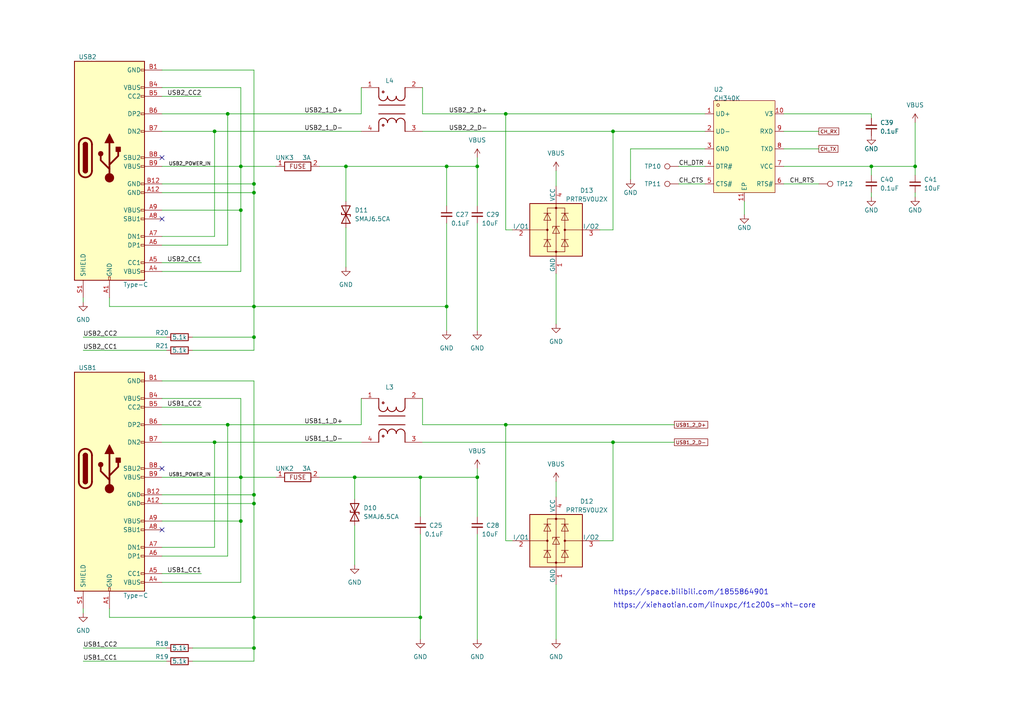
<source format=kicad_sch>
(kicad_sch (version 20211123) (generator eeschema)

  (uuid 6f862330-2694-4d02-a11c-86f1d8001488)

  (paper "A4")

  (title_block
    (title "F1C200S_XHT_CORE")
    (date "2023-11-19")
    (rev "1.0")
    (comment 4 "Author: Xie Haotian")
  )

  (lib_symbols
    (symbol "51duino-rescue:USB_C_Plug-51duino-51duino-rescue" (pin_names (offset 1.016)) (in_bom yes) (on_board yes)
      (property "Reference" "P" (id 0) (at -10.16 29.21 0)
        (effects (font (size 1.27 1.27)) (justify left))
      )
      (property "Value" "USB_C_Plug-51duino-51duino-rescue" (id 1) (at 10.16 29.21 0)
        (effects (font (size 1.27 1.27)) (justify right))
      )
      (property "Footprint" "" (id 2) (at 3.81 0 0)
        (effects (font (size 1.27 1.27)) hide)
      )
      (property "Datasheet" "" (id 3) (at 3.81 0 0)
        (effects (font (size 1.27 1.27)) hide)
      )
      (property "ki_fp_filters" "USB*C*Plug*" (id 4) (at 0 0 0)
        (effects (font (size 1.27 1.27)) hide)
      )
      (symbol "USB_C_Plug-51duino-51duino-rescue_0_0"
        (rectangle (start -0.254 -35.56) (end 0.254 -34.544)
          (stroke (width 0) (type default) (color 0 0 0 0))
          (fill (type none))
        )
        (rectangle (start 10.16 -32.766) (end 9.144 -33.274)
          (stroke (width 0) (type default) (color 0 0 0 0))
          (fill (type none))
        )
        (rectangle (start 10.16 -30.226) (end 9.144 -30.734)
          (stroke (width 0) (type default) (color 0 0 0 0))
          (fill (type none))
        )
        (rectangle (start 10.16 -25.146) (end 9.144 -25.654)
          (stroke (width 0) (type default) (color 0 0 0 0))
          (fill (type none))
        )
        (rectangle (start 10.16 -22.606) (end 9.144 -23.114)
          (stroke (width 0) (type default) (color 0 0 0 0))
          (fill (type none))
        )
        (rectangle (start 10.16 -17.526) (end 9.144 -18.034)
          (stroke (width 0) (type default) (color 0 0 0 0))
          (fill (type none))
        )
        (rectangle (start 10.16 -14.986) (end 9.144 -15.494)
          (stroke (width 0) (type default) (color 0 0 0 0))
          (fill (type none))
        )
        (rectangle (start 10.16 -9.906) (end 9.144 -10.414)
          (stroke (width 0) (type default) (color 0 0 0 0))
          (fill (type none))
        )
        (rectangle (start 10.16 -7.366) (end 9.144 -7.874)
          (stroke (width 0) (type default) (color 0 0 0 0))
          (fill (type none))
        )
        (rectangle (start 10.16 -2.286) (end 9.144 -2.794)
          (stroke (width 0) (type default) (color 0 0 0 0))
          (fill (type none))
        )
        (rectangle (start 10.16 0.254) (end 9.144 -0.254)
          (stroke (width 0) (type default) (color 0 0 0 0))
          (fill (type none))
        )
        (rectangle (start 10.16 7.874) (end 9.144 7.366)
          (stroke (width 0) (type default) (color 0 0 0 0))
          (fill (type none))
        )
        (rectangle (start 10.16 12.954) (end 9.144 12.446)
          (stroke (width 0) (type default) (color 0 0 0 0))
          (fill (type none))
        )
        (rectangle (start 10.16 18.034) (end 9.144 17.526)
          (stroke (width 0) (type default) (color 0 0 0 0))
          (fill (type none))
        )
        (rectangle (start 10.16 20.574) (end 9.144 20.066)
          (stroke (width 0) (type default) (color 0 0 0 0))
          (fill (type none))
        )
        (rectangle (start 10.16 25.654) (end 9.144 25.146)
          (stroke (width 0) (type default) (color 0 0 0 0))
          (fill (type none))
        )
      )
      (symbol "USB_C_Plug-51duino-51duino-rescue_0_1"
        (rectangle (start -10.16 27.94) (end 10.16 -35.56)
          (stroke (width 0.254) (type default) (color 0 0 0 0))
          (fill (type background))
        )
        (arc (start -8.89 -3.81) (mid -6.985 -5.715) (end -5.08 -3.81)
          (stroke (width 0.508) (type default) (color 0 0 0 0))
          (fill (type none))
        )
        (arc (start -7.62 -3.81) (mid -6.985 -4.445) (end -6.35 -3.81)
          (stroke (width 0.254) (type default) (color 0 0 0 0))
          (fill (type none))
        )
        (arc (start -7.62 -3.81) (mid -6.985 -4.445) (end -6.35 -3.81)
          (stroke (width 0.254) (type default) (color 0 0 0 0))
          (fill (type outline))
        )
        (rectangle (start -7.62 -3.81) (end -6.35 3.81)
          (stroke (width 0.254) (type default) (color 0 0 0 0))
          (fill (type outline))
        )
        (arc (start -6.35 3.81) (mid -6.985 4.445) (end -7.62 3.81)
          (stroke (width 0.254) (type default) (color 0 0 0 0))
          (fill (type none))
        )
        (arc (start -6.35 3.81) (mid -6.985 4.445) (end -7.62 3.81)
          (stroke (width 0.254) (type default) (color 0 0 0 0))
          (fill (type outline))
        )
        (arc (start -5.08 3.81) (mid -6.985 5.715) (end -8.89 3.81)
          (stroke (width 0.508) (type default) (color 0 0 0 0))
          (fill (type none))
        )
        (polyline
          (pts
            (xy -8.89 -3.81)
            (xy -8.89 3.81)
          )
          (stroke (width 0.508) (type default) (color 0 0 0 0))
          (fill (type none))
        )
        (polyline
          (pts
            (xy -5.08 3.81)
            (xy -5.08 -3.81)
          )
          (stroke (width 0.508) (type default) (color 0 0 0 0))
          (fill (type none))
        )
      )
      (symbol "USB_C_Plug-51duino-51duino-rescue_1_1"
        (circle (center -2.54 1.143) (radius 0.635)
          (stroke (width 0.254) (type default) (color 0 0 0 0))
          (fill (type outline))
        )
        (circle (center 0 -5.842) (radius 1.27)
          (stroke (width 0) (type default) (color 0 0 0 0))
          (fill (type outline))
        )
        (polyline
          (pts
            (xy 0 -5.842)
            (xy 0 4.318)
          )
          (stroke (width 0.508) (type default) (color 0 0 0 0))
          (fill (type none))
        )
        (polyline
          (pts
            (xy 0 -3.302)
            (xy -2.54 -0.762)
            (xy -2.54 0.508)
          )
          (stroke (width 0.508) (type default) (color 0 0 0 0))
          (fill (type none))
        )
        (polyline
          (pts
            (xy 0 -2.032)
            (xy 2.54 0.508)
            (xy 2.54 1.778)
          )
          (stroke (width 0.508) (type default) (color 0 0 0 0))
          (fill (type none))
        )
        (polyline
          (pts
            (xy -1.27 4.318)
            (xy 0 6.858)
            (xy 1.27 4.318)
            (xy -1.27 4.318)
          )
          (stroke (width 0.254) (type default) (color 0 0 0 0))
          (fill (type outline))
        )
        (rectangle (start 1.905 1.778) (end 3.175 3.048)
          (stroke (width 0.254) (type default) (color 0 0 0 0))
          (fill (type outline))
        )
        (pin passive line (at 0 -40.64 90) (length 5.08)
          (name "GND" (effects (font (size 1.27 1.27))))
          (number "A1" (effects (font (size 1.27 1.27))))
        )
        (pin passive line (at 15.24 -10.16 180) (length 5.08)
          (name "GND" (effects (font (size 1.27 1.27))))
          (number "A12" (effects (font (size 1.27 1.27))))
        )
        (pin passive line (at 15.24 -33.02 180) (length 5.08)
          (name "VBUS" (effects (font (size 1.27 1.27))))
          (number "A4" (effects (font (size 1.27 1.27))))
        )
        (pin passive line (at 15.24 -30.48 180) (length 5.08)
          (name "CC1" (effects (font (size 1.27 1.27))))
          (number "A5" (effects (font (size 1.27 1.27))))
        )
        (pin passive line (at 15.24 -25.4 180) (length 5.08)
          (name "DP1" (effects (font (size 1.27 1.27))))
          (number "A6" (effects (font (size 1.27 1.27))))
        )
        (pin passive line (at 15.24 -22.86 180) (length 5.08)
          (name "DN1" (effects (font (size 1.27 1.27))))
          (number "A7" (effects (font (size 1.27 1.27))))
        )
        (pin passive line (at 15.24 -17.78 180) (length 5.08)
          (name "SBU1" (effects (font (size 1.27 1.27))))
          (number "A8" (effects (font (size 1.27 1.27))))
        )
        (pin passive line (at 15.24 -15.24 180) (length 5.08)
          (name "VBUS" (effects (font (size 1.27 1.27))))
          (number "A9" (effects (font (size 1.27 1.27))))
        )
        (pin passive line (at 15.24 25.4 180) (length 5.08)
          (name "GND" (effects (font (size 1.27 1.27))))
          (number "B1" (effects (font (size 1.27 1.27))))
        )
        (pin passive line (at 15.24 -7.62 180) (length 5.08)
          (name "GND" (effects (font (size 1.27 1.27))))
          (number "B12" (effects (font (size 1.27 1.27))))
        )
        (pin passive line (at 15.24 20.32 180) (length 5.08)
          (name "VBUS" (effects (font (size 1.27 1.27))))
          (number "B4" (effects (font (size 1.27 1.27))))
        )
        (pin passive line (at 15.24 17.78 180) (length 5.08)
          (name "CC2" (effects (font (size 1.27 1.27))))
          (number "B5" (effects (font (size 1.27 1.27))))
        )
        (pin passive line (at 15.24 12.7 180) (length 5.08)
          (name "DP2" (effects (font (size 1.27 1.27))))
          (number "B6" (effects (font (size 1.27 1.27))))
        )
        (pin passive line (at 15.24 7.62 180) (length 5.08)
          (name "DN2" (effects (font (size 1.27 1.27))))
          (number "B7" (effects (font (size 1.27 1.27))))
        )
        (pin passive line (at 15.24 0 180) (length 5.08)
          (name "SBU2" (effects (font (size 1.27 1.27))))
          (number "B8" (effects (font (size 1.27 1.27))))
        )
        (pin passive line (at 15.24 -2.54 180) (length 5.08)
          (name "VBUS" (effects (font (size 1.27 1.27))))
          (number "B9" (effects (font (size 1.27 1.27))))
        )
        (pin passive line (at -7.62 -40.64 90) (length 5.08)
          (name "SHIELD" (effects (font (size 1.27 1.27))))
          (number "S1" (effects (font (size 1.27 1.27))))
        )
      )
    )
    (symbol "CH340K1_CH340K.schdoc-altium-import:0_CH340K" (in_bom yes) (on_board yes)
      (property "Reference" "U2" (id 0) (at 0 0 0)
        (effects (font (size 1.27 1.27)) (justify left bottom))
      )
      (property "Value" "CH340K" (id 1) (at -8.89 8.89 0)
        (effects (font (size 1.27 1.27)) (justify left bottom))
      )
      (property "Footprint" "F1c200s_XhtCore:ESOP-10_L4.9-W3.9-P1.00-LS6.2-BL-EP" (id 2) (at 0 0 0)
        (effects (font (size 1.27 1.27)) hide)
      )
      (property "Datasheet" "" (id 3) (at 0 0 0)
        (effects (font (size 1.27 1.27)) hide)
      )
      (property "NAME" "${MANUFACTURER PART}" (id 4) (at 0 0 0)
        (effects (font (size 1.27 1.27)) (justify left bottom) hide)
      )
      (property "SYMBOL" "CH340K" (id 5) (at 0 0 0)
        (effects (font (size 1.27 1.27)) (justify left bottom) hide)
      )
      (property "DEVICE" "CH340K" (id 6) (at 0 0 0)
        (effects (font (size 1.27 1.27)) (justify left bottom) hide)
      )
      (property "LCSC PART NAME" "CH340K USB转串口芯片 CH340" (id 7) (at 0 0 0)
        (effects (font (size 1.27 1.27)) (justify left bottom) hide)
      )
      (property "SUPPLIER PART" "C968586" (id 8) (at 0 0 0)
        (effects (font (size 1.27 1.27)) (justify left bottom) hide)
      )
      (property "MANUFACTURER" "WCH(南京沁恒)" (id 9) (at 0 0 0)
        (effects (font (size 1.27 1.27)) (justify left bottom) hide)
      )
      (property "MANUFACTURER PART" "CH340K" (id 10) (at 0 0 0)
        (effects (font (size 1.27 1.27)) (justify left bottom) hide)
      )
      (property "SUPPLIER FOOTPRINT" "ESOP-10-EP-150mil" (id 11) (at 0 0 0)
        (effects (font (size 1.27 1.27)) (justify left bottom) hide)
      )
      (property "JLCPCB PART CLASS" "Extended Part" (id 12) (at 0 0 0)
        (effects (font (size 1.27 1.27)) (justify left bottom) hide)
      )
      (property "DATASHEET" "https://atta.szlcsc.com/upload/public/pdf/source/20200819/C84681_ADBED554CE321879DBD6B1D06488689C.pdf" (id 13) (at 0 0 0)
        (effects (font (size 1.27 1.27)) (justify left bottom) hide)
      )
      (property "SUPPLIER" "LCSC" (id 14) (at 0 0 0)
        (effects (font (size 1.27 1.27)) (justify left bottom) hide)
      )
      (property "ADD INTO BOM" "yes" (id 15) (at 0 0 0)
        (effects (font (size 1.27 1.27)) (justify left bottom) hide)
      )
      (property "CONVERT TO PCB" "yes" (id 16) (at 0 0 0)
        (effects (font (size 1.27 1.27)) (justify left bottom) hide)
      )
      (property "APPLICATIONS FUNCTION" "-" (id 17) (at 0 0 0)
        (effects (font (size 1.27 1.27)) (justify left bottom) hide)
      )
      (property "PROTOCOL" "-" (id 18) (at 0 0 0)
        (effects (font (size 1.27 1.27)) (justify left bottom) hide)
      )
      (property "ki_fp_filters" "ESOP-10_L4.9-W3.9-P1.00-LS6.2-BL-EP" (id 19) (at 0 0 0)
        (effects (font (size 1.27 1.27)) hide)
      )
      (symbol "0_CH340K_1_0"
        (rectangle (start -8.89 8.89) (end 8.89 -17.78)
          (stroke (width 0) (type default) (color 0 0 0 0))
          (fill (type background))
        )
        (circle (center -7.62 7.62) (radius 0.381)
          (stroke (width 0) (type default) (color 0 0 0 0))
          (fill (type none))
        )
        (pin passive line (at -11.43 5.08 0) (length 2.54)
          (name "UD+" (effects (font (size 1.27 1.27))))
          (number "1" (effects (font (size 1.27 1.27))))
        )
        (pin passive line (at 11.43 5.08 180) (length 2.54)
          (name "V3" (effects (font (size 1.27 1.27))))
          (number "10" (effects (font (size 1.27 1.27))))
        )
        (pin passive line (at 0 -20.32 90) (length 2.54)
          (name "EP" (effects (font (size 1.27 1.27))))
          (number "11" (effects (font (size 1.27 1.27))))
        )
        (pin passive line (at -11.43 0 0) (length 2.54)
          (name "UD-" (effects (font (size 1.27 1.27))))
          (number "2" (effects (font (size 1.27 1.27))))
        )
        (pin passive line (at -11.43 -5.08 0) (length 2.54)
          (name "GND" (effects (font (size 1.27 1.27))))
          (number "3" (effects (font (size 1.27 1.27))))
        )
        (pin passive line (at -11.43 -10.16 0) (length 2.54)
          (name "DTR#" (effects (font (size 1.27 1.27))))
          (number "4" (effects (font (size 1.27 1.27))))
        )
        (pin passive line (at -11.43 -15.24 0) (length 2.54)
          (name "CTS#" (effects (font (size 1.27 1.27))))
          (number "5" (effects (font (size 1.27 1.27))))
        )
        (pin passive line (at 11.43 -15.24 180) (length 2.54)
          (name "RTS#" (effects (font (size 1.27 1.27))))
          (number "6" (effects (font (size 1.27 1.27))))
        )
        (pin passive line (at 11.43 -10.16 180) (length 2.54)
          (name "VCC" (effects (font (size 1.27 1.27))))
          (number "7" (effects (font (size 1.27 1.27))))
        )
        (pin passive line (at 11.43 -5.08 180) (length 2.54)
          (name "TXD" (effects (font (size 1.27 1.27))))
          (number "8" (effects (font (size 1.27 1.27))))
        )
        (pin passive line (at 11.43 0 180) (length 2.54)
          (name "RXD" (effects (font (size 1.27 1.27))))
          (number "9" (effects (font (size 1.27 1.27))))
        )
      )
    )
    (symbol "Connector:TestPoint" (pin_numbers hide) (pin_names (offset 0.762) hide) (in_bom yes) (on_board yes)
      (property "Reference" "TP" (id 0) (at 0 6.858 0)
        (effects (font (size 1.27 1.27)))
      )
      (property "Value" "TestPoint" (id 1) (at 0 5.08 0)
        (effects (font (size 1.27 1.27)))
      )
      (property "Footprint" "" (id 2) (at 5.08 0 0)
        (effects (font (size 1.27 1.27)) hide)
      )
      (property "Datasheet" "~" (id 3) (at 5.08 0 0)
        (effects (font (size 1.27 1.27)) hide)
      )
      (property "ki_keywords" "test point tp" (id 4) (at 0 0 0)
        (effects (font (size 1.27 1.27)) hide)
      )
      (property "ki_description" "test point" (id 5) (at 0 0 0)
        (effects (font (size 1.27 1.27)) hide)
      )
      (property "ki_fp_filters" "Pin* Test*" (id 6) (at 0 0 0)
        (effects (font (size 1.27 1.27)) hide)
      )
      (symbol "TestPoint_0_1"
        (circle (center 0 3.302) (radius 0.762)
          (stroke (width 0) (type default) (color 0 0 0 0))
          (fill (type none))
        )
      )
      (symbol "TestPoint_1_1"
        (pin passive line (at 0 0 90) (length 2.54)
          (name "1" (effects (font (size 1.27 1.27))))
          (number "1" (effects (font (size 1.27 1.27))))
        )
      )
    )
    (symbol "Device:C_Small" (pin_numbers hide) (pin_names (offset 0.254) hide) (in_bom yes) (on_board yes)
      (property "Reference" "C" (id 0) (at 0.254 1.778 0)
        (effects (font (size 1.27 1.27)) (justify left))
      )
      (property "Value" "C_Small" (id 1) (at 0.254 -2.032 0)
        (effects (font (size 1.27 1.27)) (justify left))
      )
      (property "Footprint" "" (id 2) (at 0 0 0)
        (effects (font (size 1.27 1.27)) hide)
      )
      (property "Datasheet" "~" (id 3) (at 0 0 0)
        (effects (font (size 1.27 1.27)) hide)
      )
      (property "ki_keywords" "capacitor cap" (id 4) (at 0 0 0)
        (effects (font (size 1.27 1.27)) hide)
      )
      (property "ki_description" "Unpolarized capacitor, small symbol" (id 5) (at 0 0 0)
        (effects (font (size 1.27 1.27)) hide)
      )
      (property "ki_fp_filters" "C_*" (id 6) (at 0 0 0)
        (effects (font (size 1.27 1.27)) hide)
      )
      (symbol "C_Small_0_1"
        (polyline
          (pts
            (xy -1.524 -0.508)
            (xy 1.524 -0.508)
          )
          (stroke (width 0.3302) (type default) (color 0 0 0 0))
          (fill (type none))
        )
        (polyline
          (pts
            (xy -1.524 0.508)
            (xy 1.524 0.508)
          )
          (stroke (width 0.3048) (type default) (color 0 0 0 0))
          (fill (type none))
        )
      )
      (symbol "C_Small_1_1"
        (pin passive line (at 0 2.54 270) (length 2.032)
          (name "~" (effects (font (size 1.27 1.27))))
          (number "1" (effects (font (size 1.27 1.27))))
        )
        (pin passive line (at 0 -2.54 90) (length 2.032)
          (name "~" (effects (font (size 1.27 1.27))))
          (number "2" (effects (font (size 1.27 1.27))))
        )
      )
    )
    (symbol "Device:D_TVS" (pin_numbers hide) (pin_names (offset 1.016) hide) (in_bom yes) (on_board yes)
      (property "Reference" "D" (id 0) (at 0 2.54 0)
        (effects (font (size 1.27 1.27)))
      )
      (property "Value" "D_TVS" (id 1) (at 0 -2.54 0)
        (effects (font (size 1.27 1.27)))
      )
      (property "Footprint" "" (id 2) (at 0 0 0)
        (effects (font (size 1.27 1.27)) hide)
      )
      (property "Datasheet" "~" (id 3) (at 0 0 0)
        (effects (font (size 1.27 1.27)) hide)
      )
      (property "ki_keywords" "diode TVS thyrector" (id 4) (at 0 0 0)
        (effects (font (size 1.27 1.27)) hide)
      )
      (property "ki_description" "Bidirectional transient-voltage-suppression diode" (id 5) (at 0 0 0)
        (effects (font (size 1.27 1.27)) hide)
      )
      (property "ki_fp_filters" "TO-???* *_Diode_* *SingleDiode* D_*" (id 6) (at 0 0 0)
        (effects (font (size 1.27 1.27)) hide)
      )
      (symbol "D_TVS_0_1"
        (polyline
          (pts
            (xy 1.27 0)
            (xy -1.27 0)
          )
          (stroke (width 0) (type default) (color 0 0 0 0))
          (fill (type none))
        )
        (polyline
          (pts
            (xy 0.508 1.27)
            (xy 0 1.27)
            (xy 0 -1.27)
            (xy -0.508 -1.27)
          )
          (stroke (width 0.254) (type default) (color 0 0 0 0))
          (fill (type none))
        )
        (polyline
          (pts
            (xy -2.54 1.27)
            (xy -2.54 -1.27)
            (xy 2.54 1.27)
            (xy 2.54 -1.27)
            (xy -2.54 1.27)
          )
          (stroke (width 0.254) (type default) (color 0 0 0 0))
          (fill (type none))
        )
      )
      (symbol "D_TVS_1_1"
        (pin passive line (at -3.81 0 0) (length 2.54)
          (name "A1" (effects (font (size 1.27 1.27))))
          (number "1" (effects (font (size 1.27 1.27))))
        )
        (pin passive line (at 3.81 0 180) (length 2.54)
          (name "A2" (effects (font (size 1.27 1.27))))
          (number "2" (effects (font (size 1.27 1.27))))
        )
      )
    )
    (symbol "Device:R" (pin_numbers hide) (pin_names (offset 0)) (in_bom yes) (on_board yes)
      (property "Reference" "R" (id 0) (at 2.032 0 90)
        (effects (font (size 1.27 1.27)))
      )
      (property "Value" "R" (id 1) (at 0 0 90)
        (effects (font (size 1.27 1.27)))
      )
      (property "Footprint" "" (id 2) (at -1.778 0 90)
        (effects (font (size 1.27 1.27)) hide)
      )
      (property "Datasheet" "~" (id 3) (at 0 0 0)
        (effects (font (size 1.27 1.27)) hide)
      )
      (property "ki_keywords" "R res resistor" (id 4) (at 0 0 0)
        (effects (font (size 1.27 1.27)) hide)
      )
      (property "ki_description" "Resistor" (id 5) (at 0 0 0)
        (effects (font (size 1.27 1.27)) hide)
      )
      (property "ki_fp_filters" "R_*" (id 6) (at 0 0 0)
        (effects (font (size 1.27 1.27)) hide)
      )
      (symbol "R_0_1"
        (rectangle (start -1.016 -2.54) (end 1.016 2.54)
          (stroke (width 0.254) (type default) (color 0 0 0 0))
          (fill (type none))
        )
      )
      (symbol "R_1_1"
        (pin passive line (at 0 3.81 270) (length 1.27)
          (name "~" (effects (font (size 1.27 1.27))))
          (number "1" (effects (font (size 1.27 1.27))))
        )
        (pin passive line (at 0 -3.81 90) (length 1.27)
          (name "~" (effects (font (size 1.27 1.27))))
          (number "2" (effects (font (size 1.27 1.27))))
        )
      )
    )
    (symbol "F1812:F1812" (pin_names (offset 1.016)) (in_bom yes) (on_board yes)
      (property "Reference" "UNK?" (id 0) (at 0 5.08 0)
        (effects (font (size 1.27 1.27)))
      )
      (property "Value" "1A" (id 1) (at 0 2.54 0)
        (effects (font (size 1.27 1.27)))
      )
      (property "Footprint" "Fuse:Fuse_0402_1005Metric" (id 2) (at 0 -6.35 0)
        (effects (font (size 1.27 1.27)) hide)
      )
      (property "Datasheet" "" (id 3) (at 0 0 0)
        (effects (font (size 1.27 1.27)) hide)
      )
      (symbol "F1812_0_0"
        (rectangle (start -3.81 1.27) (end 3.81 -1.27)
          (stroke (width 0.254) (type default) (color 0 0 0 0))
          (fill (type none))
        )
        (text "FUSE" (at 0 0 0)
          (effects (font (size 1.27 1.27)))
        )
      )
      (symbol "F1812_1_0"
        (pin unspecified line (at -6.35 0 0) (length 2.54)
          (name "" (effects (font (size 1.27 1.27))))
          (number "1" (effects (font (size 1.27 1.27))))
        )
        (pin bidirectional line (at 6.35 0 180) (length 2.54)
          (name "" (effects (font (size 1.27 1.27))))
          (number "2" (effects (font (size 1.27 1.27))))
        )
      )
    )
    (symbol "GND_12" (power) (pin_names (offset 0)) (in_bom yes) (on_board yes)
      (property "Reference" "#PWR" (id 0) (at 0 -6.35 0)
        (effects (font (size 1.27 1.27)) hide)
      )
      (property "Value" "GND_12" (id 1) (at 0 -3.81 0)
        (effects (font (size 1.27 1.27)))
      )
      (property "Footprint" "" (id 2) (at 0 0 0)
        (effects (font (size 1.27 1.27)) hide)
      )
      (property "Datasheet" "" (id 3) (at 0 0 0)
        (effects (font (size 1.27 1.27)) hide)
      )
      (property "ki_keywords" "global power" (id 4) (at 0 0 0)
        (effects (font (size 1.27 1.27)) hide)
      )
      (property "ki_description" "Power symbol creates a global label with name \"GND\" , ground" (id 5) (at 0 0 0)
        (effects (font (size 1.27 1.27)) hide)
      )
      (symbol "GND_12_0_1"
        (polyline
          (pts
            (xy 0 0)
            (xy 0 -1.27)
            (xy 1.27 -1.27)
            (xy 0 -2.54)
            (xy -1.27 -1.27)
            (xy 0 -1.27)
          )
          (stroke (width 0) (type default) (color 0 0 0 0))
          (fill (type none))
        )
      )
      (symbol "GND_12_1_1"
        (pin power_in line (at 0 0 270) (length 0) hide
          (name "GND" (effects (font (size 1.27 1.27))))
          (number "1" (effects (font (size 1.27 1.27))))
        )
      )
    )
    (symbol "GND_4" (power) (pin_names (offset 0)) (in_bom yes) (on_board yes)
      (property "Reference" "#PWR" (id 0) (at 0 -6.35 0)
        (effects (font (size 1.27 1.27)) hide)
      )
      (property "Value" "GND_4" (id 1) (at 0 -3.81 0)
        (effects (font (size 1.27 1.27)))
      )
      (property "Footprint" "" (id 2) (at 0 0 0)
        (effects (font (size 1.27 1.27)) hide)
      )
      (property "Datasheet" "" (id 3) (at 0 0 0)
        (effects (font (size 1.27 1.27)) hide)
      )
      (property "ki_keywords" "global power" (id 4) (at 0 0 0)
        (effects (font (size 1.27 1.27)) hide)
      )
      (property "ki_description" "Power symbol creates a global label with name \"GND\" , ground" (id 5) (at 0 0 0)
        (effects (font (size 1.27 1.27)) hide)
      )
      (symbol "GND_4_0_1"
        (polyline
          (pts
            (xy 0 0)
            (xy 0 -1.27)
            (xy 1.27 -1.27)
            (xy 0 -2.54)
            (xy -1.27 -1.27)
            (xy 0 -1.27)
          )
          (stroke (width 0) (type default) (color 0 0 0 0))
          (fill (type none))
        )
      )
      (symbol "GND_4_1_1"
        (pin power_in line (at 0 0 270) (length 0) hide
          (name "GND" (effects (font (size 1.27 1.27))))
          (number "1" (effects (font (size 1.27 1.27))))
        )
      )
    )
    (symbol "GND_5" (power) (pin_names (offset 0)) (in_bom yes) (on_board yes)
      (property "Reference" "#PWR" (id 0) (at 0 -6.35 0)
        (effects (font (size 1.27 1.27)) hide)
      )
      (property "Value" "GND_5" (id 1) (at 0 -3.81 0)
        (effects (font (size 1.27 1.27)))
      )
      (property "Footprint" "" (id 2) (at 0 0 0)
        (effects (font (size 1.27 1.27)) hide)
      )
      (property "Datasheet" "" (id 3) (at 0 0 0)
        (effects (font (size 1.27 1.27)) hide)
      )
      (property "ki_keywords" "global power" (id 4) (at 0 0 0)
        (effects (font (size 1.27 1.27)) hide)
      )
      (property "ki_description" "Power symbol creates a global label with name \"GND\" , ground" (id 5) (at 0 0 0)
        (effects (font (size 1.27 1.27)) hide)
      )
      (symbol "GND_5_0_1"
        (polyline
          (pts
            (xy 0 0)
            (xy 0 -1.27)
            (xy 1.27 -1.27)
            (xy 0 -2.54)
            (xy -1.27 -1.27)
            (xy 0 -1.27)
          )
          (stroke (width 0) (type default) (color 0 0 0 0))
          (fill (type none))
        )
      )
      (symbol "GND_5_1_1"
        (pin power_in line (at 0 0 270) (length 0) hide
          (name "GND" (effects (font (size 1.27 1.27))))
          (number "1" (effects (font (size 1.27 1.27))))
        )
      )
    )
    (symbol "Power_Protection:PRTR5V0U2X" (pin_names (offset 0)) (in_bom yes) (on_board yes)
      (property "Reference" "D" (id 0) (at 2.794 8.636 0)
        (effects (font (size 1.27 1.27)))
      )
      (property "Value" "PRTR5V0U2X" (id 1) (at 8.128 -9.398 0)
        (effects (font (size 1.27 1.27)))
      )
      (property "Footprint" "Package_TO_SOT_SMD:SOT-143" (id 2) (at 1.524 0 0)
        (effects (font (size 1.27 1.27)) hide)
      )
      (property "Datasheet" "https://assets.nexperia.com/documents/data-sheet/PRTR5V0U2X.pdf" (id 3) (at 1.524 0 0)
        (effects (font (size 1.27 1.27)) hide)
      )
      (property "ki_keywords" "ESD protection diode" (id 4) (at 0 0 0)
        (effects (font (size 1.27 1.27)) hide)
      )
      (property "ki_description" "Ultra low capacitance double rail-to-rail ESD protection diode, SOT-143" (id 5) (at 0 0 0)
        (effects (font (size 1.27 1.27)) hide)
      )
      (property "ki_fp_filters" "SOT?143*" (id 6) (at 0 0 0)
        (effects (font (size 1.27 1.27)) hide)
      )
      (symbol "PRTR5V0U2X_0_1"
        (rectangle (start -7.62 -7.62) (end 7.62 7.62)
          (stroke (width 0.254) (type default) (color 0 0 0 0))
          (fill (type background))
        )
        (circle (center -2.54 0) (radius 0.254)
          (stroke (width 0) (type default) (color 0 0 0 0))
          (fill (type outline))
        )
        (rectangle (start -2.54 6.35) (end 2.54 -6.35)
          (stroke (width 0) (type default) (color 0 0 0 0))
          (fill (type none))
        )
        (circle (center 0 -6.35) (radius 0.254)
          (stroke (width 0) (type default) (color 0 0 0 0))
          (fill (type outline))
        )
        (polyline
          (pts
            (xy -2.54 0)
            (xy -7.62 0)
          )
          (stroke (width 0) (type default) (color 0 0 0 0))
          (fill (type none))
        )
        (polyline
          (pts
            (xy -1.524 -2.794)
            (xy -3.556 -2.794)
          )
          (stroke (width 0) (type default) (color 0 0 0 0))
          (fill (type none))
        )
        (polyline
          (pts
            (xy -1.524 4.826)
            (xy -3.556 4.826)
          )
          (stroke (width 0) (type default) (color 0 0 0 0))
          (fill (type none))
        )
        (polyline
          (pts
            (xy 0 -7.62)
            (xy 0 7.62)
          )
          (stroke (width 0) (type default) (color 0 0 0 0))
          (fill (type none))
        )
        (polyline
          (pts
            (xy 1.524 -2.794)
            (xy 3.556 -2.794)
          )
          (stroke (width 0) (type default) (color 0 0 0 0))
          (fill (type none))
        )
        (polyline
          (pts
            (xy 1.524 4.826)
            (xy 3.556 4.826)
          )
          (stroke (width 0) (type default) (color 0 0 0 0))
          (fill (type none))
        )
        (polyline
          (pts
            (xy 2.54 0)
            (xy 7.62 0)
          )
          (stroke (width 0) (type default) (color 0 0 0 0))
          (fill (type none))
        )
        (polyline
          (pts
            (xy 1.016 1.016)
            (xy -1.016 1.016)
            (xy -1.016 0.508)
          )
          (stroke (width 0) (type default) (color 0 0 0 0))
          (fill (type none))
        )
        (polyline
          (pts
            (xy -3.556 -4.826)
            (xy -1.524 -4.826)
            (xy -2.54 -2.794)
            (xy -3.556 -4.826)
          )
          (stroke (width 0) (type default) (color 0 0 0 0))
          (fill (type none))
        )
        (polyline
          (pts
            (xy -3.556 2.794)
            (xy -1.524 2.794)
            (xy -2.54 4.826)
            (xy -3.556 2.794)
          )
          (stroke (width 0) (type default) (color 0 0 0 0))
          (fill (type none))
        )
        (polyline
          (pts
            (xy -1.016 -1.016)
            (xy 1.016 -1.016)
            (xy 0 1.016)
            (xy -1.016 -1.016)
          )
          (stroke (width 0) (type default) (color 0 0 0 0))
          (fill (type none))
        )
        (polyline
          (pts
            (xy 3.556 -4.826)
            (xy 1.524 -4.826)
            (xy 2.54 -2.794)
            (xy 3.556 -4.826)
          )
          (stroke (width 0) (type default) (color 0 0 0 0))
          (fill (type none))
        )
        (polyline
          (pts
            (xy 3.556 2.794)
            (xy 1.524 2.794)
            (xy 2.54 4.826)
            (xy 3.556 2.794)
          )
          (stroke (width 0) (type default) (color 0 0 0 0))
          (fill (type none))
        )
        (circle (center 0 6.35) (radius 0.254)
          (stroke (width 0) (type default) (color 0 0 0 0))
          (fill (type outline))
        )
        (circle (center 2.54 0) (radius 0.254)
          (stroke (width 0) (type default) (color 0 0 0 0))
          (fill (type outline))
        )
      )
      (symbol "PRTR5V0U2X_1_1"
        (pin passive line (at 0 -12.7 90) (length 5.08)
          (name "GND" (effects (font (size 1.27 1.27))))
          (number "1" (effects (font (size 1.27 1.27))))
        )
        (pin passive line (at -12.7 0 0) (length 5.08)
          (name "I/O1" (effects (font (size 1.27 1.27))))
          (number "2" (effects (font (size 1.27 1.27))))
        )
        (pin passive line (at 12.7 0 180) (length 5.08)
          (name "I/O2" (effects (font (size 1.27 1.27))))
          (number "3" (effects (font (size 1.27 1.27))))
        )
        (pin passive line (at 0 12.7 270) (length 5.08)
          (name "VCC" (effects (font (size 1.27 1.27))))
          (number "4" (effects (font (size 1.27 1.27))))
        )
      )
    )
    (symbol "WCM2012F2SF-900T041_WCM2012F2SF-900T04-altium-import:0_WCM2012F2SF-900T04" (in_bom yes) (on_board yes)
      (property "Reference" "" (id 0) (at 0 0 0)
        (effects (font (size 1.27 1.27)))
      )
      (property "Value" "0_WCM2012F2SF-900T04" (id 1) (at 0 0 0)
        (effects (font (size 1.27 1.27)))
      )
      (property "Footprint" "" (id 2) (at 0 0 0)
        (effects (font (size 1.27 1.27)) hide)
      )
      (property "Datasheet" "" (id 3) (at 0 0 0)
        (effects (font (size 1.27 1.27)) hide)
      )
      (property "ki_fp_filters" "FILTER-SMD_4P-L2.0-W1.2-BL_DLW21H" (id 4) (at 0 0 0)
        (effects (font (size 1.27 1.27)) hide)
      )
      (symbol "0_WCM2012F2SF-900T04_1_0"
        (arc (start -2.54 2.54) (mid -1.27 1.27) (end 0 2.54)
          (stroke (width 0.254) (type default) (color 0 0 0 0))
          (fill (type none))
        )
        (circle (center -1.27 -5.842) (radius 0.254)
          (stroke (width 0.254) (type default) (color 0 0 0 0))
          (fill (type none))
        )
        (circle (center -1.27 3.81) (radius 0.254)
          (stroke (width 0.254) (type default) (color 0 0 0 0))
          (fill (type none))
        )
        (arc (start 0 -5.08) (mid -1.27 -3.81) (end -2.54 -5.08)
          (stroke (width 0.254) (type default) (color 0 0 0 0))
          (fill (type none))
        )
        (polyline
          (pts
            (xy -2.54 -7.62)
            (xy -2.54 -5.08)
          )
          (stroke (width 0.254) (type default) (color 0 0 0 0))
          (fill (type none))
        )
        (polyline
          (pts
            (xy -2.54 -2.54)
            (xy 5.08 -2.54)
          )
          (stroke (width 0.254) (type default) (color 0 0 0 0))
          (fill (type none))
        )
        (polyline
          (pts
            (xy -2.54 0)
            (xy 5.08 0)
          )
          (stroke (width 0.254) (type default) (color 0 0 0 0))
          (fill (type none))
        )
        (polyline
          (pts
            (xy -2.54 5.08)
            (xy -2.54 2.54)
          )
          (stroke (width 0.254) (type default) (color 0 0 0 0))
          (fill (type none))
        )
        (polyline
          (pts
            (xy 5.08 -7.62)
            (xy 5.08 -5.08)
          )
          (stroke (width 0.254) (type default) (color 0 0 0 0))
          (fill (type none))
        )
        (polyline
          (pts
            (xy 5.08 5.08)
            (xy 5.08 2.54)
          )
          (stroke (width 0.254) (type default) (color 0 0 0 0))
          (fill (type none))
        )
        (arc (start 0 2.54) (mid 1.27 1.27) (end 2.54 2.54)
          (stroke (width 0.254) (type default) (color 0 0 0 0))
          (fill (type none))
        )
        (arc (start 2.54 -5.08) (mid 1.27 -3.81) (end 0 -5.08)
          (stroke (width 0.254) (type default) (color 0 0 0 0))
          (fill (type none))
        )
        (arc (start 2.54 2.54) (mid 3.81 1.27) (end 5.08 2.54)
          (stroke (width 0.254) (type default) (color 0 0 0 0))
          (fill (type none))
        )
        (arc (start 5.08 -5.08) (mid 3.81 -3.81) (end 2.54 -5.08)
          (stroke (width 0.254) (type default) (color 0 0 0 0))
          (fill (type none))
        )
        (pin passive line (at -7.62 5.08 0) (length 5.08)
          (name "1" (effects (font (size 0 0))))
          (number "1" (effects (font (size 1.27 1.27))))
        )
        (pin passive line (at 10.16 5.08 180) (length 5.08)
          (name "2" (effects (font (size 0 0))))
          (number "2" (effects (font (size 1.27 1.27))))
        )
        (pin passive line (at 10.16 -7.62 180) (length 5.08)
          (name "3" (effects (font (size 0 0))))
          (number "3" (effects (font (size 1.27 1.27))))
        )
        (pin passive line (at -7.62 -7.62 0) (length 5.08)
          (name "4" (effects (font (size 0 0))))
          (number "4" (effects (font (size 1.27 1.27))))
        )
      )
    )
    (symbol "power:VBUS" (power) (pin_names (offset 0)) (in_bom yes) (on_board yes)
      (property "Reference" "#PWR" (id 0) (at 0 -3.81 0)
        (effects (font (size 1.27 1.27)) hide)
      )
      (property "Value" "VBUS" (id 1) (at 0 3.81 0)
        (effects (font (size 1.27 1.27)))
      )
      (property "Footprint" "" (id 2) (at 0 0 0)
        (effects (font (size 1.27 1.27)) hide)
      )
      (property "Datasheet" "" (id 3) (at 0 0 0)
        (effects (font (size 1.27 1.27)) hide)
      )
      (property "ki_keywords" "global power" (id 4) (at 0 0 0)
        (effects (font (size 1.27 1.27)) hide)
      )
      (property "ki_description" "Power symbol creates a global label with name \"VBUS\"" (id 5) (at 0 0 0)
        (effects (font (size 1.27 1.27)) hide)
      )
      (symbol "VBUS_0_1"
        (polyline
          (pts
            (xy -0.762 1.27)
            (xy 0 2.54)
          )
          (stroke (width 0) (type default) (color 0 0 0 0))
          (fill (type none))
        )
        (polyline
          (pts
            (xy 0 0)
            (xy 0 2.54)
          )
          (stroke (width 0) (type default) (color 0 0 0 0))
          (fill (type none))
        )
        (polyline
          (pts
            (xy 0 2.54)
            (xy 0.762 1.27)
          )
          (stroke (width 0) (type default) (color 0 0 0 0))
          (fill (type none))
        )
      )
      (symbol "VBUS_1_1"
        (pin power_in line (at 0 0 90) (length 0) hide
          (name "VBUS" (effects (font (size 1.27 1.27))))
          (number "1" (effects (font (size 1.27 1.27))))
        )
      )
    )
  )

  (junction (at 129.54 88.9) (diameter 0) (color 0 0 0 0)
    (uuid 0f57ddde-e275-4833-a808-d0086f6ac274)
  )
  (junction (at 138.43 138.43) (diameter 0) (color 0 0 0 0)
    (uuid 17b07ca8-c053-4f73-8e98-c7bece730924)
  )
  (junction (at 62.23 38.1) (diameter 0) (color 0 0 0 0)
    (uuid 1c6e3292-e618-4589-9c2e-6a1af1da6620)
  )
  (junction (at 69.85 151.13) (diameter 0) (color 0 0 0 0)
    (uuid 1cbdfe94-d465-4821-a92e-7fa22cdc47b7)
  )
  (junction (at 121.92 179.07) (diameter 0) (color 0 0 0 0)
    (uuid 1d5bc6d3-7eb8-4574-857d-fbcc37779fd0)
  )
  (junction (at 73.66 143.51) (diameter 0) (color 0 0 0 0)
    (uuid 2121b9c4-be2d-4d5d-a0f0-73cc0c8f5923)
  )
  (junction (at 66.04 123.19) (diameter 0) (color 0 0 0 0)
    (uuid 24195974-9176-48d1-84e5-90f42193e85d)
  )
  (junction (at 69.85 138.43) (diameter 0) (color 0 0 0 0)
    (uuid 273d83dc-137d-4359-b365-3fbb10c4b974)
  )
  (junction (at 252.73 48.26) (diameter 0) (color 0 0 0 0)
    (uuid 2c882610-d127-4912-81a3-2e150b3ad027)
  )
  (junction (at 146.685 33.02) (diameter 0) (color 0 0 0 0)
    (uuid 3402ed49-011f-4a96-b9b7-f4ceb1635f01)
  )
  (junction (at 73.66 187.96) (diameter 0) (color 0 0 0 0)
    (uuid 4959b4d4-e9f1-4bc4-9638-ebd62047ebc4)
  )
  (junction (at 129.54 48.26) (diameter 0) (color 0 0 0 0)
    (uuid 514dd4d8-5fcc-4cbb-85a0-5154f59314c0)
  )
  (junction (at 177.8 128.27) (diameter 0) (color 0 0 0 0)
    (uuid 59eb5a90-2f87-4500-9451-8d5d64a6c381)
  )
  (junction (at 69.85 60.96) (diameter 0) (color 0 0 0 0)
    (uuid 62dc134b-0e0c-48a1-8cb9-d907c2489db1)
  )
  (junction (at 73.66 53.34) (diameter 0) (color 0 0 0 0)
    (uuid 713f8192-7ba9-4f2d-88c4-866fd5da9fda)
  )
  (junction (at 177.8 38.1) (diameter 0) (color 0 0 0 0)
    (uuid 86f9b3ac-33c2-4fd9-9bc3-96f7ee764b36)
  )
  (junction (at 69.85 48.26) (diameter 0) (color 0 0 0 0)
    (uuid 87bf83b4-9814-417e-8156-ed787a7f9a9c)
  )
  (junction (at 73.66 55.88) (diameter 0) (color 0 0 0 0)
    (uuid 8e251910-3ba0-4d5d-b870-36d79065d3df)
  )
  (junction (at 102.87 138.43) (diameter 0) (color 0 0 0 0)
    (uuid 96d6d97e-efce-419e-80a8-d2e4f775ae15)
  )
  (junction (at 66.04 33.02) (diameter 0) (color 0 0 0 0)
    (uuid a297722a-c363-4225-b550-3e7454f533fd)
  )
  (junction (at 121.92 138.43) (diameter 0) (color 0 0 0 0)
    (uuid a7259bf6-6ef2-4213-a857-89124e6026f8)
  )
  (junction (at 146.685 123.19) (diameter 0) (color 0 0 0 0)
    (uuid b28ff9e7-16fd-424a-85bb-615c638574d9)
  )
  (junction (at 138.43 48.26) (diameter 0) (color 0 0 0 0)
    (uuid bbbd0ed0-5900-4ca9-a1e1-ee3d16446aa3)
  )
  (junction (at 62.23 128.27) (diameter 0) (color 0 0 0 0)
    (uuid cce9fdb9-089c-4740-a5ea-58f2be30e167)
  )
  (junction (at 73.66 179.07) (diameter 0) (color 0 0 0 0)
    (uuid cfc606ae-0a55-4a8a-84be-b01375c2c6ae)
  )
  (junction (at 265.43 48.26) (diameter 0) (color 0 0 0 0)
    (uuid d19a4923-5d39-494f-9842-2665e6a6e503)
  )
  (junction (at 100.33 48.26) (diameter 0) (color 0 0 0 0)
    (uuid eab53cc4-e9a7-475b-ac83-baf0e9fb5c3e)
  )
  (junction (at 73.66 146.05) (diameter 0) (color 0 0 0 0)
    (uuid eabcc2a4-3eb1-4c80-bba5-702d36c9aa0d)
  )
  (junction (at 73.66 88.9) (diameter 0) (color 0 0 0 0)
    (uuid eb4b2c7e-c12e-4c62-a6e6-4f2ad82d534e)
  )
  (junction (at 73.66 97.79) (diameter 0) (color 0 0 0 0)
    (uuid f68c3608-65ee-4250-af27-2af06f54f5a6)
  )

  (no_connect (at 46.99 45.72) (uuid 511def0d-2f33-4789-affc-14219cd35c8e))
  (no_connect (at 46.99 135.89) (uuid 61c94610-8df9-4384-9ca8-ecbe406d68a5))
  (no_connect (at 46.99 153.67) (uuid 7dcf45cf-81c1-4a34-9aa2-cc7d381e7553))
  (no_connect (at 46.99 63.5) (uuid ea2ce35c-60b7-4544-b238-672cff376e09))

  (wire (pts (xy 100.33 48.26) (xy 129.54 48.26))
    (stroke (width 0) (type default) (color 0 0 0 0))
    (uuid 031d3619-abba-4f27-a926-ad2dd23e1876)
  )
  (wire (pts (xy 24.13 97.79) (xy 48.26 97.79))
    (stroke (width 0) (type default) (color 0 0 0 0))
    (uuid 05aef4b2-5442-4537-ac39-cd7f3f5810e3)
  )
  (wire (pts (xy 227.33 33.02) (xy 252.73 33.02))
    (stroke (width 0) (type default) (color 0 0 0 0))
    (uuid 0ae82936-1bd8-4acf-9505-98d215d42ba1)
  )
  (wire (pts (xy 148.59 156.845) (xy 146.685 156.845))
    (stroke (width 0) (type default) (color 0 0 0 0))
    (uuid 0c635978-f95f-46db-b00b-f0d7cf2f3d5a)
  )
  (wire (pts (xy 24.13 191.77) (xy 48.26 191.77))
    (stroke (width 0) (type default) (color 0 0 0 0))
    (uuid 0ccf8ff0-f8ad-4fe2-a49a-5c77fc191012)
  )
  (wire (pts (xy 122.555 123.19) (xy 146.685 123.19))
    (stroke (width 0) (type default) (color 0 0 0 0))
    (uuid 0f3d3dbe-1453-420c-825e-25f19690dec4)
  )
  (wire (pts (xy 237.49 38.1) (xy 227.33 38.1))
    (stroke (width 0) (type default) (color 0 0 0 0))
    (uuid 14532862-d094-4cb4-9fe3-7c7b1138fc86)
  )
  (wire (pts (xy 46.99 48.26) (xy 69.85 48.26))
    (stroke (width 0) (type default) (color 0 0 0 0))
    (uuid 14bd922c-c3e1-4bc8-9ef9-b95a2e4a36da)
  )
  (wire (pts (xy 73.66 55.88) (xy 73.66 88.9))
    (stroke (width 0) (type default) (color 0 0 0 0))
    (uuid 1640b3aa-58e9-46f7-91da-4331d15af560)
  )
  (wire (pts (xy 121.92 138.43) (xy 138.43 138.43))
    (stroke (width 0) (type default) (color 0 0 0 0))
    (uuid 1651e356-607f-4a92-b189-1878af2ca9c8)
  )
  (wire (pts (xy 24.13 176.53) (xy 24.13 177.8))
    (stroke (width 0) (type default) (color 0 0 0 0))
    (uuid 179e1bcd-599e-4b08-835d-998ca24d61ca)
  )
  (wire (pts (xy 138.43 64.77) (xy 138.43 95.885))
    (stroke (width 0) (type default) (color 0 0 0 0))
    (uuid 18b4c87e-c562-443b-9d93-c19580001938)
  )
  (wire (pts (xy 55.88 97.79) (xy 73.66 97.79))
    (stroke (width 0) (type default) (color 0 0 0 0))
    (uuid 1966622f-c495-4380-af54-03400ed39c8d)
  )
  (wire (pts (xy 66.04 123.19) (xy 66.04 161.29))
    (stroke (width 0) (type default) (color 0 0 0 0))
    (uuid 1cf929f4-5fcc-4f86-b9a7-5c807bf50d71)
  )
  (wire (pts (xy 104.775 123.19) (xy 104.775 115.57))
    (stroke (width 0) (type default) (color 0 0 0 0))
    (uuid 1d85c57d-d6b9-4fc2-b499-f86cf08ab8da)
  )
  (wire (pts (xy 237.49 43.18) (xy 227.33 43.18))
    (stroke (width 0) (type default) (color 0 0 0 0))
    (uuid 1f0974fa-dacf-4c90-886d-07e7674a24e5)
  )
  (wire (pts (xy 66.04 33.02) (xy 66.04 71.12))
    (stroke (width 0) (type default) (color 0 0 0 0))
    (uuid 215f2e83-596f-4391-a7ab-a898c7178495)
  )
  (wire (pts (xy 46.99 33.02) (xy 66.04 33.02))
    (stroke (width 0) (type default) (color 0 0 0 0))
    (uuid 2295e78a-b47c-49da-adc9-a311d45885bf)
  )
  (wire (pts (xy 66.04 123.19) (xy 104.775 123.19))
    (stroke (width 0) (type default) (color 0 0 0 0))
    (uuid 235a9c21-862f-4a16-9363-277cd551d89a)
  )
  (wire (pts (xy 196.85 48.26) (xy 204.47 48.26))
    (stroke (width 0) (type default) (color 0 0 0 0))
    (uuid 284a2e67-899f-40f8-89fb-74f9724d7161)
  )
  (wire (pts (xy 73.66 53.34) (xy 73.66 55.88))
    (stroke (width 0) (type default) (color 0 0 0 0))
    (uuid 2a224b50-d7f7-488d-80d5-1f026cae0b52)
  )
  (wire (pts (xy 177.8 66.675) (xy 177.8 38.1))
    (stroke (width 0) (type default) (color 0 0 0 0))
    (uuid 2bd714cb-d6e4-45d3-9981-8d94e86fce66)
  )
  (wire (pts (xy 24.13 187.96) (xy 48.26 187.96))
    (stroke (width 0) (type default) (color 0 0 0 0))
    (uuid 2d0a24b4-26bf-4fc4-8420-15fbb4680cf6)
  )
  (wire (pts (xy 62.23 128.27) (xy 62.23 158.75))
    (stroke (width 0) (type default) (color 0 0 0 0))
    (uuid 2e50a92a-844b-4b6b-9da7-5b930cb110dc)
  )
  (wire (pts (xy 173.99 66.675) (xy 177.8 66.675))
    (stroke (width 0) (type default) (color 0 0 0 0))
    (uuid 30e68211-fdf4-417a-b081-c92f7eee9612)
  )
  (wire (pts (xy 73.66 101.6) (xy 73.66 97.79))
    (stroke (width 0) (type default) (color 0 0 0 0))
    (uuid 33723387-d6ac-4a6d-99da-cc766910dd5c)
  )
  (wire (pts (xy 62.23 38.1) (xy 62.23 68.58))
    (stroke (width 0) (type default) (color 0 0 0 0))
    (uuid 35e992df-adf6-48e2-a988-a680c259e71c)
  )
  (wire (pts (xy 148.59 66.675) (xy 146.685 66.675))
    (stroke (width 0) (type default) (color 0 0 0 0))
    (uuid 378516b9-92a8-4ebf-9796-3a0071f5fa14)
  )
  (wire (pts (xy 46.99 38.1) (xy 62.23 38.1))
    (stroke (width 0) (type default) (color 0 0 0 0))
    (uuid 3e559d48-ef78-4705-8ffa-719ef265aa05)
  )
  (wire (pts (xy 161.29 79.375) (xy 161.29 93.98))
    (stroke (width 0) (type default) (color 0 0 0 0))
    (uuid 3fa4bfae-6b35-464b-9654-5fd0424dc60a)
  )
  (wire (pts (xy 31.75 88.9) (xy 73.66 88.9))
    (stroke (width 0) (type default) (color 0 0 0 0))
    (uuid 4092a864-33a3-4664-b919-2bbca2b85fc6)
  )
  (wire (pts (xy 104.775 33.02) (xy 104.775 25.4))
    (stroke (width 0) (type default) (color 0 0 0 0))
    (uuid 4119a773-999b-4190-bbfc-d916b5db20f3)
  )
  (wire (pts (xy 46.99 25.4) (xy 69.85 25.4))
    (stroke (width 0) (type default) (color 0 0 0 0))
    (uuid 411e7a3c-aa94-4ff7-a8c1-fcae33ac50f2)
  )
  (wire (pts (xy 55.88 191.77) (xy 73.66 191.77))
    (stroke (width 0) (type default) (color 0 0 0 0))
    (uuid 42d760a0-899e-4574-90f0-4389dac68bf8)
  )
  (wire (pts (xy 69.85 115.57) (xy 69.85 138.43))
    (stroke (width 0) (type default) (color 0 0 0 0))
    (uuid 49fb5394-b9b8-4f0e-8e99-453f0d1c7729)
  )
  (wire (pts (xy 73.66 143.51) (xy 73.66 146.05))
    (stroke (width 0) (type default) (color 0 0 0 0))
    (uuid 4b315b04-543d-4620-989b-f482924b2164)
  )
  (wire (pts (xy 46.99 158.75) (xy 62.23 158.75))
    (stroke (width 0) (type default) (color 0 0 0 0))
    (uuid 4d2085dc-030f-41a6-ab0e-c70210271729)
  )
  (wire (pts (xy 73.66 187.96) (xy 73.66 179.07))
    (stroke (width 0) (type default) (color 0 0 0 0))
    (uuid 4e1c558c-9a78-45e5-a1fb-c677ff86c4e7)
  )
  (wire (pts (xy 129.54 48.26) (xy 129.54 59.69))
    (stroke (width 0) (type default) (color 0 0 0 0))
    (uuid 4e819310-ac16-4af3-99b3-b509c15822cf)
  )
  (wire (pts (xy 66.04 33.02) (xy 104.775 33.02))
    (stroke (width 0) (type default) (color 0 0 0 0))
    (uuid 4f41c40a-66e8-4650-ab53-3bf151e08a28)
  )
  (wire (pts (xy 122.555 128.27) (xy 177.8 128.27))
    (stroke (width 0) (type default) (color 0 0 0 0))
    (uuid 4fe98ccf-e161-46e4-a9a7-8d31983ceff0)
  )
  (wire (pts (xy 177.8 156.845) (xy 177.8 128.27))
    (stroke (width 0) (type default) (color 0 0 0 0))
    (uuid 535d8918-13aa-4192-b569-521b3a50c317)
  )
  (wire (pts (xy 73.66 97.79) (xy 73.66 88.9))
    (stroke (width 0) (type default) (color 0 0 0 0))
    (uuid 579c45d7-aaf6-4575-9c14-2f6dc39559c9)
  )
  (wire (pts (xy 46.99 20.32) (xy 73.66 20.32))
    (stroke (width 0) (type default) (color 0 0 0 0))
    (uuid 5a742d4a-7ce5-48ee-9c8e-0e4e7d295c7f)
  )
  (wire (pts (xy 182.88 43.18) (xy 182.88 52.07))
    (stroke (width 0) (type default) (color 0 0 0 0))
    (uuid 5d9550ea-40f1-4aed-bb5a-8636d634b8ab)
  )
  (wire (pts (xy 46.99 78.74) (xy 69.85 78.74))
    (stroke (width 0) (type default) (color 0 0 0 0))
    (uuid 5eaa605a-3a3d-4d0d-b743-e03f86588350)
  )
  (wire (pts (xy 92.71 48.26) (xy 100.33 48.26))
    (stroke (width 0) (type default) (color 0 0 0 0))
    (uuid 5ec2c533-8ddb-4bee-b1b9-e869d0de9571)
  )
  (wire (pts (xy 69.85 60.96) (xy 69.85 78.74))
    (stroke (width 0) (type default) (color 0 0 0 0))
    (uuid 5fb0df19-816c-4471-b5ea-19318b3ec5a8)
  )
  (wire (pts (xy 46.99 143.51) (xy 73.66 143.51))
    (stroke (width 0) (type default) (color 0 0 0 0))
    (uuid 6274f234-a52a-4c9e-9ef0-653b605fd9a3)
  )
  (wire (pts (xy 46.99 76.2) (xy 58.42 76.2))
    (stroke (width 0) (type default) (color 0 0 0 0))
    (uuid 63c2a336-bbb2-4221-85f3-45dc5422ea9c)
  )
  (wire (pts (xy 138.43 45.72) (xy 138.43 48.26))
    (stroke (width 0) (type default) (color 0 0 0 0))
    (uuid 6aec1640-9a5b-4bd8-a444-776fc11bd219)
  )
  (wire (pts (xy 177.8 128.27) (xy 195.58 128.27))
    (stroke (width 0) (type default) (color 0 0 0 0))
    (uuid 6eb1eeed-a4e1-49c6-a2e1-76a11e9ec349)
  )
  (wire (pts (xy 102.87 152.4) (xy 102.87 163.83))
    (stroke (width 0) (type default) (color 0 0 0 0))
    (uuid 6fb52a8a-537d-4f60-877b-f928599e8063)
  )
  (wire (pts (xy 122.555 115.57) (xy 122.555 123.19))
    (stroke (width 0) (type default) (color 0 0 0 0))
    (uuid 700b1713-bb2f-4780-9e76-ce77ae7c94e5)
  )
  (wire (pts (xy 146.685 33.02) (xy 204.47 33.02))
    (stroke (width 0) (type default) (color 0 0 0 0))
    (uuid 7059d4a5-c444-452d-adce-2cb38fcdd871)
  )
  (wire (pts (xy 138.43 48.26) (xy 138.43 59.69))
    (stroke (width 0) (type default) (color 0 0 0 0))
    (uuid 70b546ed-eb58-4c47-a747-6f23cc91d529)
  )
  (wire (pts (xy 129.54 48.26) (xy 138.43 48.26))
    (stroke (width 0) (type default) (color 0 0 0 0))
    (uuid 7553e958-8866-4140-85d7-f429baea262a)
  )
  (wire (pts (xy 46.99 151.13) (xy 69.85 151.13))
    (stroke (width 0) (type default) (color 0 0 0 0))
    (uuid 75b24945-20f0-4133-85ad-bbaf2aa57b19)
  )
  (wire (pts (xy 46.99 55.88) (xy 73.66 55.88))
    (stroke (width 0) (type default) (color 0 0 0 0))
    (uuid 76ed4cbf-e2d7-45de-b0f6-b2897a625b44)
  )
  (wire (pts (xy 69.85 25.4) (xy 69.85 48.26))
    (stroke (width 0) (type default) (color 0 0 0 0))
    (uuid 787fb84d-20fb-4e73-9110-1a290beb6e75)
  )
  (wire (pts (xy 69.85 138.43) (xy 69.85 151.13))
    (stroke (width 0) (type default) (color 0 0 0 0))
    (uuid 7a784f24-9729-4224-9bb9-5b408da6f407)
  )
  (wire (pts (xy 129.54 88.9) (xy 129.54 95.885))
    (stroke (width 0) (type default) (color 0 0 0 0))
    (uuid 7b586a14-c7e1-45fc-94eb-a3b678b32fce)
  )
  (wire (pts (xy 46.99 168.91) (xy 69.85 168.91))
    (stroke (width 0) (type default) (color 0 0 0 0))
    (uuid 80249648-d8c9-4480-a944-3bac4c9e917d)
  )
  (wire (pts (xy 177.8 38.1) (xy 204.47 38.1))
    (stroke (width 0) (type default) (color 0 0 0 0))
    (uuid 80492f65-15ab-462c-bc66-60a4c44ac2d4)
  )
  (wire (pts (xy 73.66 146.05) (xy 73.66 179.07))
    (stroke (width 0) (type default) (color 0 0 0 0))
    (uuid 813d4836-9e3d-4603-ae8b-5ed9d70def8a)
  )
  (wire (pts (xy 69.85 151.13) (xy 69.85 168.91))
    (stroke (width 0) (type default) (color 0 0 0 0))
    (uuid 859b391f-4ea8-4081-89a5-44a61a29c08c)
  )
  (wire (pts (xy 62.23 38.1) (xy 104.775 38.1))
    (stroke (width 0) (type default) (color 0 0 0 0))
    (uuid 86a5d718-e579-43e2-ace4-7f91aed4a601)
  )
  (wire (pts (xy 73.66 20.32) (xy 73.66 53.34))
    (stroke (width 0) (type default) (color 0 0 0 0))
    (uuid 87f53e12-954e-4d3f-974d-91ca4e178eaf)
  )
  (wire (pts (xy 173.99 156.845) (xy 177.8 156.845))
    (stroke (width 0) (type default) (color 0 0 0 0))
    (uuid 89b4e6e2-f316-4a85-8c48-c8689a63907f)
  )
  (wire (pts (xy 46.99 161.29) (xy 66.04 161.29))
    (stroke (width 0) (type default) (color 0 0 0 0))
    (uuid 89c0b4d3-1e14-43b5-8f1d-82090c93f637)
  )
  (wire (pts (xy 161.29 139.7) (xy 161.29 144.145))
    (stroke (width 0) (type default) (color 0 0 0 0))
    (uuid 89cb849e-6d1f-44ce-bce1-88c563d43fa8)
  )
  (wire (pts (xy 55.88 101.6) (xy 73.66 101.6))
    (stroke (width 0) (type default) (color 0 0 0 0))
    (uuid 8c88a0ec-a216-4915-b064-5e70ded87d32)
  )
  (wire (pts (xy 31.75 176.53) (xy 31.75 179.07))
    (stroke (width 0) (type default) (color 0 0 0 0))
    (uuid 8dd58762-8f5f-4a46-aac8-a0d31708a121)
  )
  (wire (pts (xy 46.99 138.43) (xy 69.85 138.43))
    (stroke (width 0) (type default) (color 0 0 0 0))
    (uuid 8ffc0c4c-e960-4e0a-8e39-6fde29d72b60)
  )
  (wire (pts (xy 100.33 48.26) (xy 100.33 58.42))
    (stroke (width 0) (type default) (color 0 0 0 0))
    (uuid 908344f0-3f2a-48a9-abb3-c13da9815316)
  )
  (wire (pts (xy 252.73 34.29) (xy 252.73 33.02))
    (stroke (width 0) (type default) (color 0 0 0 0))
    (uuid 92893df9-9352-4bf3-901e-a516b3ad7cf8)
  )
  (wire (pts (xy 46.99 123.19) (xy 66.04 123.19))
    (stroke (width 0) (type default) (color 0 0 0 0))
    (uuid 9302ebf7-7004-40a5-b74e-6bf32d828da5)
  )
  (wire (pts (xy 146.685 66.675) (xy 146.685 33.02))
    (stroke (width 0) (type default) (color 0 0 0 0))
    (uuid 93305f36-24d0-47af-be63-6974aeb8efdd)
  )
  (wire (pts (xy 252.73 57.15) (xy 252.73 55.88))
    (stroke (width 0) (type default) (color 0 0 0 0))
    (uuid 97df2aaa-1045-45ee-b95a-ca268eb79d79)
  )
  (wire (pts (xy 46.99 60.96) (xy 69.85 60.96))
    (stroke (width 0) (type default) (color 0 0 0 0))
    (uuid 9883bf92-4f32-41af-a50c-193466b665e4)
  )
  (wire (pts (xy 31.75 86.36) (xy 31.75 88.9))
    (stroke (width 0) (type default) (color 0 0 0 0))
    (uuid 992c7faf-1732-49c5-ae56-a04ec32ea1f4)
  )
  (wire (pts (xy 265.43 35.56) (xy 265.43 48.26))
    (stroke (width 0) (type default) (color 0 0 0 0))
    (uuid 9934a18e-dc8b-4f8e-9468-555c13c7d5e4)
  )
  (wire (pts (xy 146.685 156.845) (xy 146.685 123.19))
    (stroke (width 0) (type default) (color 0 0 0 0))
    (uuid 9a9bd60e-d23e-4cea-933b-69757d3408c5)
  )
  (wire (pts (xy 46.99 118.11) (xy 58.42 118.11))
    (stroke (width 0) (type default) (color 0 0 0 0))
    (uuid 9b4f120c-8cda-4140-977d-41bf396032c4)
  )
  (wire (pts (xy 227.33 48.26) (xy 252.73 48.26))
    (stroke (width 0) (type default) (color 0 0 0 0))
    (uuid 9bed6b0f-8b6b-415d-98ba-b2918fad45fa)
  )
  (wire (pts (xy 204.47 43.18) (xy 182.88 43.18))
    (stroke (width 0) (type default) (color 0 0 0 0))
    (uuid 9c6e7c7d-98e2-4eec-b4ba-b831439f51e0)
  )
  (wire (pts (xy 265.43 57.15) (xy 265.43 55.88))
    (stroke (width 0) (type default) (color 0 0 0 0))
    (uuid a02ce259-1cb3-4243-804c-f3be0310fbf6)
  )
  (wire (pts (xy 122.555 25.4) (xy 122.555 33.02))
    (stroke (width 0) (type default) (color 0 0 0 0))
    (uuid a42a1def-0097-4c75-aac7-3929f8f4d88e)
  )
  (wire (pts (xy 46.99 71.12) (xy 66.04 71.12))
    (stroke (width 0) (type default) (color 0 0 0 0))
    (uuid a7230918-4665-454e-a2d5-4de4cdcf2a6d)
  )
  (wire (pts (xy 46.99 166.37) (xy 58.42 166.37))
    (stroke (width 0) (type default) (color 0 0 0 0))
    (uuid aa9658ef-70da-4811-9c15-fd743eff04df)
  )
  (wire (pts (xy 46.99 27.94) (xy 58.42 27.94))
    (stroke (width 0) (type default) (color 0 0 0 0))
    (uuid b0d2e349-3fff-46de-abe6-527e793d06c3)
  )
  (wire (pts (xy 46.99 146.05) (xy 73.66 146.05))
    (stroke (width 0) (type default) (color 0 0 0 0))
    (uuid b208999b-7de0-423e-a720-db2663caf225)
  )
  (wire (pts (xy 252.73 48.26) (xy 252.73 50.8))
    (stroke (width 0) (type default) (color 0 0 0 0))
    (uuid b3ee63f3-4b4e-4608-ad14-ed4cf7b00976)
  )
  (wire (pts (xy 227.33 53.34) (xy 237.49 53.34))
    (stroke (width 0) (type default) (color 0 0 0 0))
    (uuid b50559d1-4c05-4a5d-bdd4-008c8fbe9856)
  )
  (wire (pts (xy 102.87 144.78) (xy 102.87 138.43))
    (stroke (width 0) (type default) (color 0 0 0 0))
    (uuid b825ff29-6c84-4928-a882-415d94e0247b)
  )
  (wire (pts (xy 121.92 154.94) (xy 121.92 179.07))
    (stroke (width 0) (type default) (color 0 0 0 0))
    (uuid bc6a65ed-09a6-4b8d-b711-d718a81287c2)
  )
  (wire (pts (xy 24.13 86.36) (xy 24.13 87.63))
    (stroke (width 0) (type default) (color 0 0 0 0))
    (uuid bc8c619f-b865-4271-b9ec-e00817f00bc4)
  )
  (wire (pts (xy 122.555 38.1) (xy 177.8 38.1))
    (stroke (width 0) (type default) (color 0 0 0 0))
    (uuid bd612bba-de3c-4d29-a53a-9d3156c284bb)
  )
  (wire (pts (xy 69.85 138.43) (xy 80.01 138.43))
    (stroke (width 0) (type default) (color 0 0 0 0))
    (uuid c0425ecd-f987-4f2b-a8a6-78d8ff697800)
  )
  (wire (pts (xy 62.23 128.27) (xy 104.775 128.27))
    (stroke (width 0) (type default) (color 0 0 0 0))
    (uuid c15f853e-c4d7-457b-970a-23a5ea3241b0)
  )
  (wire (pts (xy 252.73 48.26) (xy 265.43 48.26))
    (stroke (width 0) (type default) (color 0 0 0 0))
    (uuid c3507ba8-8882-4b83-8408-33cb87fb782e)
  )
  (wire (pts (xy 121.92 138.43) (xy 121.92 149.86))
    (stroke (width 0) (type default) (color 0 0 0 0))
    (uuid c4d5b65f-9d2f-45a8-a9da-7b6794349867)
  )
  (wire (pts (xy 69.85 48.26) (xy 80.01 48.26))
    (stroke (width 0) (type default) (color 0 0 0 0))
    (uuid c4d77570-5f35-4be6-a5d9-c2ceebcad8cd)
  )
  (wire (pts (xy 265.43 48.26) (xy 265.43 50.8))
    (stroke (width 0) (type default) (color 0 0 0 0))
    (uuid c57d6ba7-42c9-4f90-841f-6ccf05cec2fd)
  )
  (wire (pts (xy 69.85 48.26) (xy 69.85 60.96))
    (stroke (width 0) (type default) (color 0 0 0 0))
    (uuid c87e7ff0-4405-4765-a806-45dd62f7e421)
  )
  (wire (pts (xy 122.555 33.02) (xy 146.685 33.02))
    (stroke (width 0) (type default) (color 0 0 0 0))
    (uuid c9cafc47-2006-4343-9ebc-aa7d698a59fc)
  )
  (wire (pts (xy 161.29 169.545) (xy 161.29 185.42))
    (stroke (width 0) (type default) (color 0 0 0 0))
    (uuid d27bc30b-aa14-40cc-b238-e2a9705c9968)
  )
  (wire (pts (xy 121.92 179.07) (xy 121.92 185.42))
    (stroke (width 0) (type default) (color 0 0 0 0))
    (uuid d371ec47-8c52-4605-9317-12f70b80fc3a)
  )
  (wire (pts (xy 73.66 191.77) (xy 73.66 187.96))
    (stroke (width 0) (type default) (color 0 0 0 0))
    (uuid d442ab06-45b6-4545-92f4-080fb2e030d0)
  )
  (wire (pts (xy 46.99 110.49) (xy 73.66 110.49))
    (stroke (width 0) (type default) (color 0 0 0 0))
    (uuid d6c46986-90e3-4a66-bbc9-07efdd4d426d)
  )
  (wire (pts (xy 92.71 138.43) (xy 102.87 138.43))
    (stroke (width 0) (type default) (color 0 0 0 0))
    (uuid d91ea24d-8932-4b08-a9b7-1e1e8321064a)
  )
  (wire (pts (xy 138.43 154.94) (xy 138.43 185.42))
    (stroke (width 0) (type default) (color 0 0 0 0))
    (uuid da220d11-3935-4a2e-89be-af20f879c16e)
  )
  (wire (pts (xy 24.13 101.6) (xy 48.26 101.6))
    (stroke (width 0) (type default) (color 0 0 0 0))
    (uuid daa07d6b-0cb8-4936-b4d8-a34c021bdf87)
  )
  (wire (pts (xy 161.29 49.53) (xy 161.29 53.975))
    (stroke (width 0) (type default) (color 0 0 0 0))
    (uuid ddef6595-5a8b-448d-8f65-c9eb8ffc68c7)
  )
  (wire (pts (xy 55.88 187.96) (xy 73.66 187.96))
    (stroke (width 0) (type default) (color 0 0 0 0))
    (uuid dff6d503-5491-4e2c-a1c8-951306f9de87)
  )
  (wire (pts (xy 138.43 138.43) (xy 138.43 149.86))
    (stroke (width 0) (type default) (color 0 0 0 0))
    (uuid e6980352-f260-42a1-af3e-4d93845962f1)
  )
  (wire (pts (xy 73.66 88.9) (xy 129.54 88.9))
    (stroke (width 0) (type default) (color 0 0 0 0))
    (uuid e72cae44-f12d-49b9-a48e-6441689a0d9e)
  )
  (wire (pts (xy 146.685 123.19) (xy 195.58 123.19))
    (stroke (width 0) (type default) (color 0 0 0 0))
    (uuid e8555bcc-4f3e-4dda-a6eb-c07cc8428d1f)
  )
  (wire (pts (xy 46.99 53.34) (xy 73.66 53.34))
    (stroke (width 0) (type default) (color 0 0 0 0))
    (uuid e8ef8fae-c3f3-4d3d-b4ea-015e54d602d1)
  )
  (wire (pts (xy 46.99 115.57) (xy 69.85 115.57))
    (stroke (width 0) (type default) (color 0 0 0 0))
    (uuid e9db45d4-a4f5-4aba-a82e-4d90069cc488)
  )
  (wire (pts (xy 129.54 64.77) (xy 129.54 88.9))
    (stroke (width 0) (type default) (color 0 0 0 0))
    (uuid ee94d1ae-f0dd-4877-be2b-9f9abd847932)
  )
  (wire (pts (xy 46.99 68.58) (xy 62.23 68.58))
    (stroke (width 0) (type default) (color 0 0 0 0))
    (uuid efd8311a-dbe0-431f-afd6-9252b52db2f3)
  )
  (wire (pts (xy 215.9 62.23) (xy 215.9 58.42))
    (stroke (width 0) (type default) (color 0 0 0 0))
    (uuid f0b2d540-0416-4e96-bf7c-fbbb3a4bba10)
  )
  (wire (pts (xy 73.66 179.07) (xy 121.92 179.07))
    (stroke (width 0) (type default) (color 0 0 0 0))
    (uuid f12f361b-550b-4f19-b311-bc5ca2693dce)
  )
  (wire (pts (xy 102.87 138.43) (xy 121.92 138.43))
    (stroke (width 0) (type default) (color 0 0 0 0))
    (uuid f1530df0-4ce4-4a00-9ea0-58c2d911e48f)
  )
  (wire (pts (xy 100.33 66.04) (xy 100.33 77.47))
    (stroke (width 0) (type default) (color 0 0 0 0))
    (uuid f4019c1d-8f15-498c-abe6-d13ebc7d30aa)
  )
  (wire (pts (xy 138.43 135.89) (xy 138.43 138.43))
    (stroke (width 0) (type default) (color 0 0 0 0))
    (uuid f843c144-1e32-4215-881e-771a88510d0a)
  )
  (wire (pts (xy 31.75 179.07) (xy 73.66 179.07))
    (stroke (width 0) (type default) (color 0 0 0 0))
    (uuid fc9795db-748f-440e-beec-ebac47170e1b)
  )
  (wire (pts (xy 196.85 53.34) (xy 204.47 53.34))
    (stroke (width 0) (type default) (color 0 0 0 0))
    (uuid fd59dbc9-6a74-4ed4-bb59-dcca4bc98b4e)
  )
  (wire (pts (xy 73.66 110.49) (xy 73.66 143.51))
    (stroke (width 0) (type default) (color 0 0 0 0))
    (uuid fe046657-31aa-41e9-b49c-44130d22d931)
  )
  (wire (pts (xy 46.99 128.27) (xy 62.23 128.27))
    (stroke (width 0) (type default) (color 0 0 0 0))
    (uuid fe3a70e6-80a8-4d11-bb3a-4eac9d9809d7)
  )

  (text "https://xiehaotian.com/linuxpc/f1c200s-xht-core" (at 177.8 176.53 0)
    (effects (font (size 1.5 1.5)) (justify left bottom))
    (uuid 9d6fd415-199e-4879-8c28-bef234585690)
  )
  (text "https://space.bilibili.com/1855864901" (at 177.8 172.72 0)
    (effects (font (size 1.5 1.5)) (justify left bottom))
    (uuid e210be73-508c-4fea-993e-e22b6a059754)
  )

  (label "USB1_CC1" (at 24.13 191.77 0)
    (effects (font (size 1.27 1.27)) (justify left bottom))
    (uuid 0193c944-52ed-4342-9f03-40ff8a3f9795)
  )
  (label "USB2_CC1" (at 58.42 76.2 180)
    (effects (font (size 1.27 1.27)) (justify right bottom))
    (uuid 222896c7-2f65-4968-961c-bb12912e9d8d)
  )
  (label "USB1_CC1" (at 58.42 166.37 180)
    (effects (font (size 1.27 1.27)) (justify right bottom))
    (uuid 3080e651-e951-45e9-9d60-977c1c200380)
  )
  (label "USB1_CC2" (at 58.42 118.11 180)
    (effects (font (size 1.27 1.27)) (justify right bottom))
    (uuid 4ab5cf57-6f70-40f5-a241-10784b11da2c)
  )
  (label "CH_CTS" (at 196.85 53.34 0)
    (effects (font (size 1.27 1.27)) (justify left bottom))
    (uuid 6233b32f-0ea9-42b1-934f-d360e0a6407a)
  )
  (label "USB2_CC1" (at 24.13 101.6 0)
    (effects (font (size 1.27 1.27)) (justify left bottom))
    (uuid 667cae2e-09b8-45bd-a500-227d64fcb499)
  )
  (label "USB2_2_D-" (at 130.175 38.1 0)
    (effects (font (size 1.27 1.27)) (justify left bottom))
    (uuid 66991429-fa1d-4bcc-8377-51a033b8b884)
  )
  (label "USB2_CC2" (at 24.13 97.79 0)
    (effects (font (size 1.27 1.27)) (justify left bottom))
    (uuid 71794663-6bd7-4d4a-8d02-4410af53d81e)
  )
  (label "USB2_1_D-" (at 88.265 38.1 0)
    (effects (font (size 1.27 1.27)) (justify left bottom))
    (uuid 772f4785-6696-46c2-933c-d0f108126327)
  )
  (label "CH_RTS" (at 236.22 53.34 180)
    (effects (font (size 1.27 1.27)) (justify right bottom))
    (uuid 7b33fc8e-ab7e-42db-83ac-f7d1c2908264)
  )
  (label "USB1_POWER_IN" (at 48.895 138.43 0)
    (effects (font (size 1 1)) (justify left bottom))
    (uuid 88fb4585-f10d-4749-a1f4-936020ec8199)
  )
  (label "USB1_1_D-" (at 88.265 128.27 0)
    (effects (font (size 1.27 1.27)) (justify left bottom))
    (uuid 8c4d00a7-1618-4224-81e0-aae2ded99433)
  )
  (label "USB1_1_D+" (at 88.265 123.19 0)
    (effects (font (size 1.27 1.27)) (justify left bottom))
    (uuid a1239f4a-8379-45ca-862c-b29295b04a4f)
  )
  (label "USB2_1_D+" (at 88.265 33.02 0)
    (effects (font (size 1.27 1.27)) (justify left bottom))
    (uuid a1b86125-bd62-4417-9868-065130b262f4)
  )
  (label "CH_DTR" (at 196.85 48.26 0)
    (effects (font (size 1.27 1.27)) (justify left bottom))
    (uuid aa0d54c9-f573-40f2-bbac-f304b643091f)
  )
  (label "USB2_CC2" (at 58.42 27.94 180)
    (effects (font (size 1.27 1.27)) (justify right bottom))
    (uuid ae49494c-a732-4545-9c9a-bf4e8ea5274c)
  )
  (label "USB1_CC2" (at 24.13 187.96 0)
    (effects (font (size 1.27 1.27)) (justify left bottom))
    (uuid c7202b1d-1e36-4158-80a4-ca22e99a8b95)
  )
  (label "USB2_POWER_IN" (at 48.895 48.26 0)
    (effects (font (size 1 1)) (justify left bottom))
    (uuid dcb6095b-3bab-4f20-ade5-81046d204d78)
  )
  (label "USB2_2_D+" (at 130.175 33.02 0)
    (effects (font (size 1.27 1.27)) (justify left bottom))
    (uuid f05cb5d7-a895-4045-882d-d9b497859768)
  )

  (global_label "CH_RX" (shape passive) (at 237.49 38.1 0) (fields_autoplaced)
    (effects (font (size 1 1)) (justify left))
    (uuid 00dfcced-0d06-4550-9aaa-02296ab95d0a)
    (property "Intersheet References" "${INTERSHEET_REFS}" (id 0) (at 244.1519 38.0375 0)
      (effects (font (size 1 1)) (justify left) hide)
    )
  )
  (global_label "CH_TX" (shape passive) (at 237.49 43.18 0) (fields_autoplaced)
    (effects (font (size 1 1)) (justify left))
    (uuid 41559155-12d3-4aab-9334-c5526082f0ae)
    (property "Intersheet References" "${INTERSHEET_REFS}" (id 0) (at 243.9138 43.1175 0)
      (effects (font (size 1 1)) (justify left) hide)
    )
  )
  (global_label "USB1_2_D+" (shape passive) (at 195.58 123.19 0) (fields_autoplaced)
    (effects (font (size 1 1)) (justify left))
    (uuid a3efce34-4061-4f2d-85d8-113089ef11d1)
    (property "Intersheet References" "${INTERSHEET_REFS}" (id 0) (at 206.1467 123.1275 0)
      (effects (font (size 1 1)) (justify left) hide)
    )
  )
  (global_label "USB1_2_D-" (shape passive) (at 195.58 128.27 0) (fields_autoplaced)
    (effects (font (size 1 1)) (justify left))
    (uuid df19829e-841e-4028-801e-a414dc6a61fd)
    (property "Intersheet References" "${INTERSHEET_REFS}" (id 0) (at 206.1467 128.2075 0)
      (effects (font (size 1 1)) (justify left) hide)
    )
  )

  (symbol (lib_id "power:VBUS") (at 138.43 135.89 0) (unit 1)
    (in_bom yes) (on_board yes) (fields_autoplaced)
    (uuid 04d9f0c4-027d-4668-9193-51fc88d785d7)
    (property "Reference" "#PWR0184" (id 0) (at 138.43 139.7 0)
      (effects (font (size 1.27 1.27)) hide)
    )
    (property "Value" "VBUS" (id 1) (at 138.43 130.81 0))
    (property "Footprint" "" (id 2) (at 138.43 135.89 0)
      (effects (font (size 1.27 1.27)) hide)
    )
    (property "Datasheet" "" (id 3) (at 138.43 135.89 0)
      (effects (font (size 1.27 1.27)) hide)
    )
    (pin "1" (uuid ee156022-934c-4960-9e5f-455cd303df29))
  )

  (symbol (lib_name "GND_5") (lib_id "power:GND") (at 252.73 39.37 0) (unit 1)
    (in_bom yes) (on_board yes)
    (uuid 109f94b2-6e29-4081-bfc4-7da65cb19490)
    (property "Reference" "#PWR0164" (id 0) (at 252.73 45.72 0)
      (effects (font (size 1.27 1.27)) hide)
    )
    (property "Value" "GND" (id 1) (at 252.73 43.18 0))
    (property "Footprint" "" (id 2) (at 252.73 39.37 0)
      (effects (font (size 1.27 1.27)) hide)
    )
    (property "Datasheet" "" (id 3) (at 252.73 39.37 0)
      (effects (font (size 1.27 1.27)) hide)
    )
    (pin "1" (uuid 5f64e4ce-29bb-4c9e-ab1a-77b18dbd40d7))
  )

  (symbol (lib_name "GND_12") (lib_id "power:GND") (at 24.13 177.8 0) (unit 1)
    (in_bom yes) (on_board yes) (fields_autoplaced)
    (uuid 10b07979-9398-4050-8d73-9d5a968a05c4)
    (property "Reference" "#PWR0185" (id 0) (at 24.13 184.15 0)
      (effects (font (size 1.27 1.27)) hide)
    )
    (property "Value" "GND" (id 1) (at 24.13 182.88 0))
    (property "Footprint" "" (id 2) (at 24.13 177.8 0)
      (effects (font (size 1.27 1.27)) hide)
    )
    (property "Datasheet" "" (id 3) (at 24.13 177.8 0)
      (effects (font (size 1.27 1.27)) hide)
    )
    (pin "1" (uuid f9ceb8c2-8b74-46fd-a08d-946baed6efd3))
  )

  (symbol (lib_id "Connector:TestPoint") (at 237.49 53.34 270) (unit 1)
    (in_bom yes) (on_board yes)
    (uuid 115d9412-85e6-4cc5-a3c6-c18a5e8b6c7f)
    (property "Reference" "TP12" (id 0) (at 242.57 53.34 90)
      (effects (font (size 1.27 1.27)) (justify left))
    )
    (property "Value" "TestPoint" (id 1) (at 243.84 54.6099 90)
      (effects (font (size 1.27 1.27)) (justify left) hide)
    )
    (property "Footprint" "TestPoint:TestPoint_Pad_D1.5mm" (id 2) (at 237.49 58.42 0)
      (effects (font (size 1.27 1.27)) hide)
    )
    (property "Datasheet" "~" (id 3) (at 237.49 58.42 0)
      (effects (font (size 1.27 1.27)) hide)
    )
    (pin "1" (uuid 14197783-9137-474c-b069-19e77c9a1756))
  )

  (symbol (lib_name "GND_12") (lib_id "power:GND") (at 102.87 163.83 0) (unit 1)
    (in_bom yes) (on_board yes) (fields_autoplaced)
    (uuid 14b3517b-039c-4051-888f-c4fe89a6d986)
    (property "Reference" "#PWR0183" (id 0) (at 102.87 170.18 0)
      (effects (font (size 1.27 1.27)) hide)
    )
    (property "Value" "GND" (id 1) (at 102.87 168.91 0))
    (property "Footprint" "" (id 2) (at 102.87 163.83 0)
      (effects (font (size 1.27 1.27)) hide)
    )
    (property "Datasheet" "" (id 3) (at 102.87 163.83 0)
      (effects (font (size 1.27 1.27)) hide)
    )
    (pin "1" (uuid 5ab2c963-7ebe-4773-8798-6004f04fd8e0))
  )

  (symbol (lib_id "Power_Protection:PRTR5V0U2X") (at 161.29 156.845 0) (unit 1)
    (in_bom yes) (on_board yes)
    (uuid 1712d1ce-cde5-43e1-8283-7b27e1dd1349)
    (property "Reference" "D12" (id 0) (at 170.18 145.415 0))
    (property "Value" "PRTR5V0U2X" (id 1) (at 170.18 147.955 0))
    (property "Footprint" "Package_TO_SOT_SMD:SOT-143" (id 2) (at 162.814 156.845 0)
      (effects (font (size 1.27 1.27)) hide)
    )
    (property "Datasheet" "https://assets.nexperia.com/documents/data-sheet/PRTR5V0U2X.pdf" (id 3) (at 162.814 156.845 0)
      (effects (font (size 1.27 1.27)) hide)
    )
    (pin "1" (uuid 56a3998d-bc89-48cc-995b-4d04ed4b7c23))
    (pin "2" (uuid b2675714-40ad-411e-89da-04755802dd35))
    (pin "3" (uuid 94c9019d-839d-41bc-acd6-4bec0a04c007))
    (pin "4" (uuid 951cfe78-e37f-4bd6-acd8-f1bbfe388da9))
  )

  (symbol (lib_id "Device:C_Small") (at 129.54 62.23 0) (mirror y) (unit 1)
    (in_bom yes) (on_board yes)
    (uuid 173531f2-b302-4659-8896-a4e49338345a)
    (property "Reference" "C27" (id 0) (at 132.08 62.23 0)
      (effects (font (size 1.27 1.27)) (justify right))
    )
    (property "Value" "0.1uF" (id 1) (at 130.81 64.77 0)
      (effects (font (size 1.27 1.27)) (justify right))
    )
    (property "Footprint" "Capacitor_SMD:C_1206_3216Metric" (id 2) (at 129.54 62.23 0)
      (effects (font (size 1.27 1.27)) hide)
    )
    (property "Datasheet" "~" (id 3) (at 129.54 62.23 0)
      (effects (font (size 1.27 1.27)) hide)
    )
    (pin "1" (uuid 596569bb-8e3d-4062-97f6-f28e57e51511))
    (pin "2" (uuid e89b2c35-e6ed-4798-947d-f5fc2e64223f))
  )

  (symbol (lib_name "GND_5") (lib_id "power:GND") (at 265.43 57.15 0) (unit 1)
    (in_bom yes) (on_board yes)
    (uuid 1d951b07-0406-41b6-bd3d-084cb11f178a)
    (property "Reference" "#PWR0160" (id 0) (at 265.43 63.5 0)
      (effects (font (size 1.27 1.27)) hide)
    )
    (property "Value" "GND" (id 1) (at 265.43 60.96 0))
    (property "Footprint" "" (id 2) (at 265.43 57.15 0)
      (effects (font (size 1.27 1.27)) hide)
    )
    (property "Datasheet" "" (id 3) (at 265.43 57.15 0)
      (effects (font (size 1.27 1.27)) hide)
    )
    (pin "1" (uuid 7b83891f-54db-4161-bd5f-c8d1564b2df0))
  )

  (symbol (lib_id "power:VBUS") (at 161.29 49.53 0) (unit 1)
    (in_bom yes) (on_board yes) (fields_autoplaced)
    (uuid 26790ff1-8424-4b32-8ea4-35c674a85bac)
    (property "Reference" "#PWR0152" (id 0) (at 161.29 53.34 0)
      (effects (font (size 1.27 1.27)) hide)
    )
    (property "Value" "VBUS" (id 1) (at 161.29 44.45 0))
    (property "Footprint" "" (id 2) (at 161.29 49.53 0)
      (effects (font (size 1.27 1.27)) hide)
    )
    (property "Datasheet" "" (id 3) (at 161.29 49.53 0)
      (effects (font (size 1.27 1.27)) hide)
    )
    (pin "1" (uuid 3cb391be-7873-428b-9c66-cf409f695de5))
  )

  (symbol (lib_id "Device:C_Small") (at 121.92 152.4 0) (mirror y) (unit 1)
    (in_bom yes) (on_board yes)
    (uuid 2bcdf7fd-fcaf-437c-9885-7c489762c32f)
    (property "Reference" "C25" (id 0) (at 124.46 152.4 0)
      (effects (font (size 1.27 1.27)) (justify right))
    )
    (property "Value" "0.1uF" (id 1) (at 123.19 154.94 0)
      (effects (font (size 1.27 1.27)) (justify right))
    )
    (property "Footprint" "Capacitor_SMD:C_1206_3216Metric" (id 2) (at 121.92 152.4 0)
      (effects (font (size 1.27 1.27)) hide)
    )
    (property "Datasheet" "~" (id 3) (at 121.92 152.4 0)
      (effects (font (size 1.27 1.27)) hide)
    )
    (pin "1" (uuid 5ae15cf6-3d33-4c14-991d-f412662d3680))
    (pin "2" (uuid a812ca51-edbf-44c2-a84e-e3f6392286d9))
  )

  (symbol (lib_id "51duino-rescue:USB_C_Plug-51duino-51duino-rescue") (at 31.75 135.89 0) (unit 1)
    (in_bom yes) (on_board yes)
    (uuid 3566f6c3-a792-4783-abbe-fac57961bb82)
    (property "Reference" "USB1" (id 0) (at 25.4 106.68 0))
    (property "Value" "Type-C" (id 1) (at 39.37 172.72 0))
    (property "Footprint" "F1c200s_XhtCore:USB_C_Receptacle_XKB_U262-16XN-4BVC11" (id 2) (at 35.56 135.89 0)
      (effects (font (size 1.27 1.27)) hide)
    )
    (property "Datasheet" "" (id 3) (at 35.56 135.89 0)
      (effects (font (size 1.27 1.27)) hide)
    )
    (pin "A1" (uuid b587fc03-6d71-4557-978c-d4959ed34918))
    (pin "A12" (uuid f73391f7-b0c7-427b-b98b-86f68267e9ac))
    (pin "A4" (uuid 6ca1420f-7fdb-4ee8-b645-da02d648923f))
    (pin "A5" (uuid b6c1bce7-4cde-4565-9d4f-86ad27ab51dc))
    (pin "A6" (uuid 39da2d87-eb1a-4ab8-a5ba-6ecc89ce1cd2))
    (pin "A7" (uuid 6109b90c-62ed-47ca-a12c-34f1e48fc965))
    (pin "A8" (uuid fb0c2612-602d-4998-8aff-1e96f1b51728))
    (pin "A9" (uuid a20d084b-d6c2-4817-9034-34adbed2c570))
    (pin "B1" (uuid e66cbb0f-c1d7-4147-b052-a733e71c5cf6))
    (pin "B12" (uuid 68a70521-132a-4ea2-bbba-6628039d56e2))
    (pin "B4" (uuid 34857eb9-5b24-4cbe-b2f2-214187806ba8))
    (pin "B5" (uuid db0ca58f-ab7e-4508-a58d-dcbd5e9d0246))
    (pin "B6" (uuid 84693ae5-cec6-4f42-b476-8eb17ed6e90b))
    (pin "B7" (uuid fc21d3c6-7993-4050-947c-0c793a12a27e))
    (pin "B8" (uuid 0be0a245-7905-4ec3-a8ea-86767abb46a9))
    (pin "B9" (uuid 4d570c0c-199f-447a-8b56-8e28e2ee7ee2))
    (pin "S1" (uuid 0e9ba01d-c9d6-4b54-846e-fd6b10fd3d51))
  )

  (symbol (lib_id "51duino-rescue:USB_C_Plug-51duino-51duino-rescue") (at 31.75 45.72 0) (unit 1)
    (in_bom yes) (on_board yes)
    (uuid 36a7a23b-f9eb-4b0c-8b59-ca424103b8b4)
    (property "Reference" "USB2" (id 0) (at 25.4 16.51 0))
    (property "Value" "Type-C" (id 1) (at 39.37 82.55 0))
    (property "Footprint" "F1c200s_XhtCore:USB_C_Receptacle_XKB_U262-16XN-4BVC11" (id 2) (at 35.56 45.72 0)
      (effects (font (size 1.27 1.27)) hide)
    )
    (property "Datasheet" "" (id 3) (at 35.56 45.72 0)
      (effects (font (size 1.27 1.27)) hide)
    )
    (pin "A1" (uuid 4d9af5ca-a144-47b3-8b7a-1de3f491b5e9))
    (pin "A12" (uuid 579c559a-0551-485e-9ca0-b3412e356f14))
    (pin "A4" (uuid 50318858-710f-4c8b-ba79-5d771dfc4666))
    (pin "A5" (uuid 7e807e80-0516-4aeb-a2bf-94e650832060))
    (pin "A6" (uuid 0a8b2d4b-598c-4d8d-b8bc-f32827e7401c))
    (pin "A7" (uuid ecf8bb57-e244-40fb-819b-26de563360a6))
    (pin "A8" (uuid 0b8dfc79-39e9-4b75-8f78-cf313e6b564a))
    (pin "A9" (uuid bced8aba-dc34-47c2-a901-75ee4473b39f))
    (pin "B1" (uuid 4a6bc617-7686-406c-afab-76ba9e17cc27))
    (pin "B12" (uuid 0e1c9d53-4275-4419-ba71-d9c72679918e))
    (pin "B4" (uuid 06c49395-dd71-476a-a6fa-b34bbb259fca))
    (pin "B5" (uuid e8507ca3-9b66-4523-8e05-af0510ee9144))
    (pin "B6" (uuid 0bf11807-34ef-4a8f-a676-f8f416457b02))
    (pin "B7" (uuid af1852ca-1bce-4ec9-9123-1a35f4e362a3))
    (pin "B8" (uuid 25484cf4-0784-4c4e-b265-13421a8d6dc4))
    (pin "B9" (uuid bd7e5684-fbe8-4406-a7d7-546ca644ba52))
    (pin "S1" (uuid c894b288-c7e5-4d5d-ace6-df07114b7311))
  )

  (symbol (lib_name "GND_12") (lib_id "power:GND") (at 121.92 185.42 0) (unit 1)
    (in_bom yes) (on_board yes) (fields_autoplaced)
    (uuid 372d5e15-4c63-404c-90a4-bbb5ca829972)
    (property "Reference" "#PWR0176" (id 0) (at 121.92 191.77 0)
      (effects (font (size 1.27 1.27)) hide)
    )
    (property "Value" "GND" (id 1) (at 121.92 190.5 0))
    (property "Footprint" "" (id 2) (at 121.92 185.42 0)
      (effects (font (size 1.27 1.27)) hide)
    )
    (property "Datasheet" "" (id 3) (at 121.92 185.42 0)
      (effects (font (size 1.27 1.27)) hide)
    )
    (pin "1" (uuid d2ccb9b7-566e-439f-b342-15417cc6f4fe))
  )

  (symbol (lib_id "F1812:F1812") (at 86.36 48.26 0) (unit 1)
    (in_bom yes) (on_board yes)
    (uuid 3df53be8-b57d-4f50-a702-c6c7c5b60ac8)
    (property "Reference" "UNK3" (id 0) (at 82.55 45.72 0))
    (property "Value" "3A" (id 1) (at 88.9 45.72 0))
    (property "Footprint" "Fuse:Fuse_1206_3216Metric" (id 2) (at 86.36 54.61 0)
      (effects (font (size 1.27 1.27)) hide)
    )
    (property "Datasheet" "" (id 3) (at 86.36 48.26 0)
      (effects (font (size 1.27 1.27)) hide)
    )
    (pin "1" (uuid 54eec17d-c519-44a1-9eaf-e6645e16544f))
    (pin "2" (uuid 61b65286-3be8-4564-ab5d-116c4cb16309))
  )

  (symbol (lib_id "Device:C_Small") (at 138.43 152.4 0) (mirror y) (unit 1)
    (in_bom yes) (on_board yes)
    (uuid 4db40b72-4d50-440a-a5a5-c64f7b42735d)
    (property "Reference" "C28" (id 0) (at 140.97 152.4 0)
      (effects (font (size 1.27 1.27)) (justify right))
    )
    (property "Value" "10uF" (id 1) (at 139.7 154.94 0)
      (effects (font (size 1.27 1.27)) (justify right))
    )
    (property "Footprint" "Capacitor_SMD:C_1206_3216Metric" (id 2) (at 138.43 152.4 0)
      (effects (font (size 1.27 1.27)) hide)
    )
    (property "Datasheet" "~" (id 3) (at 138.43 152.4 0)
      (effects (font (size 1.27 1.27)) hide)
    )
    (pin "1" (uuid f89fcf57-989d-46c0-a6b5-1d64af041a37))
    (pin "2" (uuid dd69b0bf-429e-4838-8a1b-5492af16f582))
  )

  (symbol (lib_id "Power_Protection:PRTR5V0U2X") (at 161.29 66.675 0) (unit 1)
    (in_bom yes) (on_board yes)
    (uuid 522e7c71-5169-4612-a4a7-d1f6ccc749c4)
    (property "Reference" "D13" (id 0) (at 170.18 55.245 0))
    (property "Value" "PRTR5V0U2X" (id 1) (at 170.18 57.785 0))
    (property "Footprint" "Package_TO_SOT_SMD:SOT-143" (id 2) (at 162.814 66.675 0)
      (effects (font (size 1.27 1.27)) hide)
    )
    (property "Datasheet" "https://assets.nexperia.com/documents/data-sheet/PRTR5V0U2X.pdf" (id 3) (at 162.814 66.675 0)
      (effects (font (size 1.27 1.27)) hide)
    )
    (pin "1" (uuid 3001847b-da6d-4a20-a4ad-7413a3c9eab9))
    (pin "2" (uuid 51a4a01d-690e-4692-ac55-6b68465fca03))
    (pin "3" (uuid 3cb544e6-4fad-4a9f-801a-b259a9a20ad3))
    (pin "4" (uuid 5462b0fd-a7d4-4db0-8e76-e660158520ae))
  )

  (symbol (lib_name "GND_12") (lib_id "power:GND") (at 138.43 185.42 0) (unit 1)
    (in_bom yes) (on_board yes) (fields_autoplaced)
    (uuid 576bc707-af0b-4b57-9321-0db6b1e74a19)
    (property "Reference" "#PWR0175" (id 0) (at 138.43 191.77 0)
      (effects (font (size 1.27 1.27)) hide)
    )
    (property "Value" "GND" (id 1) (at 138.43 190.5 0))
    (property "Footprint" "" (id 2) (at 138.43 185.42 0)
      (effects (font (size 1.27 1.27)) hide)
    )
    (property "Datasheet" "" (id 3) (at 138.43 185.42 0)
      (effects (font (size 1.27 1.27)) hide)
    )
    (pin "1" (uuid 5b5dc08c-8fbd-4f58-af1d-46e35a1cd4c9))
  )

  (symbol (lib_id "Device:C_Small") (at 252.73 36.83 0) (unit 1)
    (in_bom yes) (on_board yes) (fields_autoplaced)
    (uuid 58f51ca6-d7f9-4bf9-95d9-a5b7e991bfc7)
    (property "Reference" "C39" (id 0) (at 255.27 35.5662 0)
      (effects (font (size 1.27 1.27)) (justify left))
    )
    (property "Value" "0.1uF" (id 1) (at 255.27 38.1062 0)
      (effects (font (size 1.27 1.27)) (justify left))
    )
    (property "Footprint" "Capacitor_SMD:C_0603_1608Metric" (id 2) (at 252.73 36.83 0)
      (effects (font (size 1.27 1.27)) hide)
    )
    (property "Datasheet" "~" (id 3) (at 252.73 36.83 0)
      (effects (font (size 1.27 1.27)) hide)
    )
    (pin "1" (uuid 4e6e6541-cf91-4907-bcf8-5b4c4fd4eebd))
    (pin "2" (uuid 318032e1-2189-4241-818a-28cb858b301e))
  )

  (symbol (lib_id "CH340K1_CH340K.schdoc-altium-import:0_CH340K") (at 215.9 38.1 0) (unit 1)
    (in_bom yes) (on_board yes)
    (uuid 59cab1b1-e2b0-4eb5-818e-f442daa3ef9c)
    (property "Reference" "U2" (id 0) (at 207.01 26.67 0)
      (effects (font (size 1.27 1.27)) (justify left bottom))
    )
    (property "Value" "CH340K" (id 1) (at 207.01 29.21 0)
      (effects (font (size 1.27 1.27)) (justify left bottom))
    )
    (property "Footprint" "F1c200s_XhtCore:ESOP-10_L4.9-W3.9-P1.00-LS6.2-BL-EP" (id 2) (at 215.9 38.1 0)
      (effects (font (size 1.27 1.27)) hide)
    )
    (property "Datasheet" "" (id 3) (at 215.9 38.1 0)
      (effects (font (size 1.27 1.27)) hide)
    )
    (property "NAME" "${MANUFACTURER PART}" (id 4) (at 215.9 38.1 0)
      (effects (font (size 1.27 1.27)) (justify left bottom) hide)
    )
    (property "SYMBOL" "CH340K" (id 5) (at 215.9 38.1 0)
      (effects (font (size 1.27 1.27)) (justify left bottom) hide)
    )
    (property "DEVICE" "CH340K" (id 6) (at 215.9 38.1 0)
      (effects (font (size 1.27 1.27)) (justify left bottom) hide)
    )
    (property "LCSC PART NAME" "CH340K USB转串口芯片 CH340" (id 7) (at 215.9 38.1 0)
      (effects (font (size 1.27 1.27)) (justify left bottom) hide)
    )
    (property "SUPPLIER PART" "C968586" (id 8) (at 215.9 38.1 0)
      (effects (font (size 1.27 1.27)) (justify left bottom) hide)
    )
    (property "MANUFACTURER" "WCH(南京沁恒)" (id 9) (at 215.9 38.1 0)
      (effects (font (size 1.27 1.27)) (justify left bottom) hide)
    )
    (property "MANUFACTURER PART" "CH340K" (id 10) (at 215.9 38.1 0)
      (effects (font (size 1.27 1.27)) (justify left bottom) hide)
    )
    (property "SUPPLIER FOOTPRINT" "ESOP-10-EP-150mil" (id 11) (at 215.9 38.1 0)
      (effects (font (size 1.27 1.27)) (justify left bottom) hide)
    )
    (property "JLCPCB PART CLASS" "Extended Part" (id 12) (at 215.9 38.1 0)
      (effects (font (size 1.27 1.27)) (justify left bottom) hide)
    )
    (property "DATASHEET" "https://atta.szlcsc.com/upload/public/pdf/source/20200819/C84681_ADBED554CE321879DBD6B1D06488689C.pdf" (id 13) (at 215.9 38.1 0)
      (effects (font (size 1.27 1.27)) (justify left bottom) hide)
    )
    (property "SUPPLIER" "LCSC" (id 14) (at 215.9 38.1 0)
      (effects (font (size 1.27 1.27)) (justify left bottom) hide)
    )
    (property "ADD INTO BOM" "yes" (id 15) (at 215.9 38.1 0)
      (effects (font (size 1.27 1.27)) (justify left bottom) hide)
    )
    (property "CONVERT TO PCB" "yes" (id 16) (at 215.9 38.1 0)
      (effects (font (size 1.27 1.27)) (justify left bottom) hide)
    )
    (property "APPLICATIONS FUNCTION" "-" (id 17) (at 215.9 38.1 0)
      (effects (font (size 1.27 1.27)) (justify left bottom) hide)
    )
    (property "PROTOCOL" "-" (id 18) (at 215.9 38.1 0)
      (effects (font (size 1.27 1.27)) (justify left bottom) hide)
    )
    (pin "1" (uuid d95a33d9-b68a-403d-aa46-1ffba2ba2be0))
    (pin "10" (uuid eec186cc-b5c9-4804-a6c5-e7211b9f6a65))
    (pin "11" (uuid 2998ad8d-2f00-40c7-8ace-bfb600ba0183))
    (pin "2" (uuid fa68659e-23e7-4417-a7c8-33380859a0d6))
    (pin "3" (uuid 76acde40-91ef-471a-893d-20533fb01f3a))
    (pin "4" (uuid 553d6485-a69d-40e8-9849-7405f5fcca94))
    (pin "5" (uuid e4ebbd1d-046e-4d32-88b8-742b27cb3943))
    (pin "6" (uuid 6c6ce2fc-f904-41b8-b38d-c41c8b63fb28))
    (pin "7" (uuid 3bd710dc-2107-437c-8ee4-830556a5fc38))
    (pin "8" (uuid b1be3c92-ed9a-46cf-988b-6570e7f30d05))
    (pin "9" (uuid af531f4d-4b49-4245-bc1e-c38d49f40bbd))
  )

  (symbol (lib_id "Device:R") (at 52.07 187.96 90) (unit 1)
    (in_bom yes) (on_board yes)
    (uuid 5ad6fc53-a3d2-48e3-8245-3466f6814434)
    (property "Reference" "R18" (id 0) (at 46.99 186.69 90))
    (property "Value" "5.1k" (id 1) (at 52.07 187.96 90))
    (property "Footprint" "Resistor_SMD:R_0603_1608Metric" (id 2) (at 52.07 189.738 90)
      (effects (font (size 1.27 1.27)) hide)
    )
    (property "Datasheet" "~" (id 3) (at 52.07 187.96 0)
      (effects (font (size 1.27 1.27)) hide)
    )
    (pin "1" (uuid 628cf82a-0aad-4565-8bed-defb4d3095b0))
    (pin "2" (uuid 868258a4-96ad-438b-9aba-9b62984c9da1))
  )

  (symbol (lib_id "Device:D_TVS") (at 100.33 62.23 90) (unit 1)
    (in_bom yes) (on_board yes) (fields_autoplaced)
    (uuid 73341263-f849-4170-a436-8cc5dcf52118)
    (property "Reference" "D11" (id 0) (at 102.87 60.9599 90)
      (effects (font (size 1.27 1.27)) (justify right))
    )
    (property "Value" "SMAJ6.5CA" (id 1) (at 102.87 63.4999 90)
      (effects (font (size 1.27 1.27)) (justify right))
    )
    (property "Footprint" "Diode_SMD:D_SMA" (id 2) (at 100.33 62.23 0)
      (effects (font (size 1.27 1.27)) hide)
    )
    (property "Datasheet" "~" (id 3) (at 100.33 62.23 0)
      (effects (font (size 1.27 1.27)) hide)
    )
    (pin "1" (uuid 99ec545d-66ba-42a9-9aa9-48bdee55de33))
    (pin "2" (uuid 9f541329-b9a0-44ba-a1aa-08bba4f002b6))
  )

  (symbol (lib_id "Device:R") (at 52.07 191.77 90) (unit 1)
    (in_bom yes) (on_board yes)
    (uuid 75435725-600f-4ca2-a5dd-d33a8195a6f7)
    (property "Reference" "R19" (id 0) (at 46.99 190.5 90))
    (property "Value" "5.1k" (id 1) (at 52.07 191.77 90))
    (property "Footprint" "Resistor_SMD:R_0603_1608Metric" (id 2) (at 52.07 193.548 90)
      (effects (font (size 1.27 1.27)) hide)
    )
    (property "Datasheet" "~" (id 3) (at 52.07 191.77 0)
      (effects (font (size 1.27 1.27)) hide)
    )
    (pin "1" (uuid 9a9c2da9-f0fc-461f-b176-497b259c36c3))
    (pin "2" (uuid f7197727-f342-492c-8055-a72798bbf0f2))
  )

  (symbol (lib_id "Device:R") (at 52.07 101.6 90) (unit 1)
    (in_bom yes) (on_board yes)
    (uuid 755e6c30-1162-440a-b121-39379178d7fa)
    (property "Reference" "R21" (id 0) (at 46.99 100.33 90))
    (property "Value" "5.1k" (id 1) (at 52.07 101.6 90))
    (property "Footprint" "Resistor_SMD:R_0603_1608Metric" (id 2) (at 52.07 103.378 90)
      (effects (font (size 1.27 1.27)) hide)
    )
    (property "Datasheet" "~" (id 3) (at 52.07 101.6 0)
      (effects (font (size 1.27 1.27)) hide)
    )
    (pin "1" (uuid 0bcf0ce9-7f83-4f1e-9c0a-c1cd16efca7e))
    (pin "2" (uuid 04f6455f-731f-4cbf-bdb1-e141ebd024cf))
  )

  (symbol (lib_id "power:VBUS") (at 138.43 45.72 0) (unit 1)
    (in_bom yes) (on_board yes) (fields_autoplaced)
    (uuid 7d937beb-c5ee-4688-8310-fcf84b8b90ca)
    (property "Reference" "#PWR0186" (id 0) (at 138.43 49.53 0)
      (effects (font (size 1.27 1.27)) hide)
    )
    (property "Value" "VBUS" (id 1) (at 138.43 40.64 0))
    (property "Footprint" "" (id 2) (at 138.43 45.72 0)
      (effects (font (size 1.27 1.27)) hide)
    )
    (property "Datasheet" "" (id 3) (at 138.43 45.72 0)
      (effects (font (size 1.27 1.27)) hide)
    )
    (pin "1" (uuid 15dfdcf7-e1bd-4c18-850a-e590eedf0fd0))
  )

  (symbol (lib_name "GND_12") (lib_id "power:GND") (at 129.54 95.885 0) (unit 1)
    (in_bom yes) (on_board yes) (fields_autoplaced)
    (uuid 880597f0-efda-47bb-99f2-7d74bb8bc7c0)
    (property "Reference" "#PWR0181" (id 0) (at 129.54 102.235 0)
      (effects (font (size 1.27 1.27)) hide)
    )
    (property "Value" "GND" (id 1) (at 129.54 100.965 0))
    (property "Footprint" "" (id 2) (at 129.54 95.885 0)
      (effects (font (size 1.27 1.27)) hide)
    )
    (property "Datasheet" "" (id 3) (at 129.54 95.885 0)
      (effects (font (size 1.27 1.27)) hide)
    )
    (pin "1" (uuid 71497747-b0fb-4403-aac6-3869004fee3a))
  )

  (symbol (lib_name "GND_4") (lib_id "power:GND") (at 182.88 52.07 0) (unit 1)
    (in_bom yes) (on_board yes)
    (uuid 8b4b8172-396d-4fcb-965b-8df60c9ecf60)
    (property "Reference" "#PWR0199" (id 0) (at 182.88 58.42 0)
      (effects (font (size 1.27 1.27)) hide)
    )
    (property "Value" "GND" (id 1) (at 182.88 55.88 0))
    (property "Footprint" "" (id 2) (at 182.88 52.07 0)
      (effects (font (size 1.27 1.27)) hide)
    )
    (property "Datasheet" "" (id 3) (at 182.88 52.07 0)
      (effects (font (size 1.27 1.27)) hide)
    )
    (pin "1" (uuid f4db92e1-b601-4808-a3c2-cb1e3d7dbfef))
  )

  (symbol (lib_id "Device:D_TVS") (at 102.87 148.59 90) (unit 1)
    (in_bom yes) (on_board yes) (fields_autoplaced)
    (uuid 8faf45e8-6175-4c9e-8bdc-2acb47e358b5)
    (property "Reference" "D10" (id 0) (at 105.41 147.3199 90)
      (effects (font (size 1.27 1.27)) (justify right))
    )
    (property "Value" "SMAJ6.5CA" (id 1) (at 105.41 149.8599 90)
      (effects (font (size 1.27 1.27)) (justify right))
    )
    (property "Footprint" "Diode_SMD:D_SMA" (id 2) (at 102.87 148.59 0)
      (effects (font (size 1.27 1.27)) hide)
    )
    (property "Datasheet" "~" (id 3) (at 102.87 148.59 0)
      (effects (font (size 1.27 1.27)) hide)
    )
    (pin "1" (uuid 91bea69d-f176-4f84-946c-8e2c41811ce6))
    (pin "2" (uuid 49b1a4c5-e759-4310-bcd3-842b5a4dc38c))
  )

  (symbol (lib_name "GND_12") (lib_id "power:GND") (at 161.29 185.42 0) (unit 1)
    (in_bom yes) (on_board yes) (fields_autoplaced)
    (uuid 9a75c563-8bed-4661-9e33-36a27c6dcb2e)
    (property "Reference" "#PWR0177" (id 0) (at 161.29 191.77 0)
      (effects (font (size 1.27 1.27)) hide)
    )
    (property "Value" "GND" (id 1) (at 161.29 190.5 0))
    (property "Footprint" "" (id 2) (at 161.29 185.42 0)
      (effects (font (size 1.27 1.27)) hide)
    )
    (property "Datasheet" "" (id 3) (at 161.29 185.42 0)
      (effects (font (size 1.27 1.27)) hide)
    )
    (pin "1" (uuid 56f64dce-dabd-4940-9f2a-c38192303e3d))
  )

  (symbol (lib_id "power:VBUS") (at 161.29 139.7 0) (unit 1)
    (in_bom yes) (on_board yes) (fields_autoplaced)
    (uuid b6f5b024-f452-47ae-b843-2889c30ed1cb)
    (property "Reference" "#PWR0165" (id 0) (at 161.29 143.51 0)
      (effects (font (size 1.27 1.27)) hide)
    )
    (property "Value" "VBUS" (id 1) (at 161.29 134.62 0))
    (property "Footprint" "" (id 2) (at 161.29 139.7 0)
      (effects (font (size 1.27 1.27)) hide)
    )
    (property "Datasheet" "" (id 3) (at 161.29 139.7 0)
      (effects (font (size 1.27 1.27)) hide)
    )
    (pin "1" (uuid d0ac0e1a-b208-434a-85e2-fc64712e1a3d))
  )

  (symbol (lib_name "GND_12") (lib_id "power:GND") (at 138.43 95.885 0) (unit 1)
    (in_bom yes) (on_board yes) (fields_autoplaced)
    (uuid ba672d69-e74e-4e07-81b2-5d37b038c8c5)
    (property "Reference" "#PWR0180" (id 0) (at 138.43 102.235 0)
      (effects (font (size 1.27 1.27)) hide)
    )
    (property "Value" "GND" (id 1) (at 138.43 100.965 0))
    (property "Footprint" "" (id 2) (at 138.43 95.885 0)
      (effects (font (size 1.27 1.27)) hide)
    )
    (property "Datasheet" "" (id 3) (at 138.43 95.885 0)
      (effects (font (size 1.27 1.27)) hide)
    )
    (pin "1" (uuid 2ecaeba8-7653-44ff-9992-753b830669e8))
  )

  (symbol (lib_name "GND_5") (lib_id "power:GND") (at 252.73 57.15 0) (unit 1)
    (in_bom yes) (on_board yes)
    (uuid bba46443-0e73-40cc-a56d-2e06fecfd9b9)
    (property "Reference" "#PWR0161" (id 0) (at 252.73 63.5 0)
      (effects (font (size 1.27 1.27)) hide)
    )
    (property "Value" "GND" (id 1) (at 252.73 60.96 0))
    (property "Footprint" "" (id 2) (at 252.73 57.15 0)
      (effects (font (size 1.27 1.27)) hide)
    )
    (property "Datasheet" "" (id 3) (at 252.73 57.15 0)
      (effects (font (size 1.27 1.27)) hide)
    )
    (pin "1" (uuid 4fc2dc6f-4101-4df5-8dc7-fdf0accf7e49))
  )

  (symbol (lib_id "Device:R") (at 52.07 97.79 90) (unit 1)
    (in_bom yes) (on_board yes)
    (uuid be2bb9d8-26ed-463f-bdd1-35e0262c14f7)
    (property "Reference" "R20" (id 0) (at 46.99 96.52 90))
    (property "Value" "5.1k" (id 1) (at 52.07 97.79 90))
    (property "Footprint" "Resistor_SMD:R_0603_1608Metric" (id 2) (at 52.07 99.568 90)
      (effects (font (size 1.27 1.27)) hide)
    )
    (property "Datasheet" "~" (id 3) (at 52.07 97.79 0)
      (effects (font (size 1.27 1.27)) hide)
    )
    (pin "1" (uuid 312ee132-9dce-411f-9548-d8d386c26657))
    (pin "2" (uuid b4b06fca-a41b-43f7-a35e-1ce99c4dcd45))
  )

  (symbol (lib_id "WCM2012F2SF-900T041_WCM2012F2SF-900T04-altium-import:0_WCM2012F2SF-900T04") (at 112.395 30.48 0) (unit 1)
    (in_bom yes) (on_board yes)
    (uuid c1e2e30d-56a8-4769-bb4d-b3c7add80015)
    (property "Reference" "L4" (id 0) (at 111.76 24.13 0)
      (effects (font (size 1.27 1.27)) (justify left bottom))
    )
    (property "Value" "SDCW3216-2-900TF" (id 1) (at 112.395 30.48 0)
      (effects (font (size 1.27 1.27)) (justify left bottom) hide)
    )
    (property "Footprint" "F1c200s_XhtCore:FILTER-SMD_4P-L3.2-W1.6-BL_DLW31SN" (id 2) (at 112.395 30.48 0)
      (effects (font (size 1.27 1.27)) hide)
    )
    (property "Datasheet" "" (id 3) (at 112.395 30.48 0)
      (effects (font (size 1.27 1.27)) hide)
    )
    (property "NAME" "${MANUFACTURER PART}" (id 4) (at 112.395 30.48 0)
      (effects (font (size 1.27 1.27)) (justify left bottom) hide)
    )
    (property "SYMBOL" "WCM2012F2SF-900T04" (id 5) (at 112.395 30.48 0)
      (effects (font (size 1.27 1.27)) (justify left bottom) hide)
    )
    (property "DEVICE" "WCM2012F2SF-900T04" (id 6) (at 112.395 30.48 0)
      (effects (font (size 1.27 1.27)) (justify left bottom) hide)
    )
    (property "LCSC PART NAME" "WCM2012F2SF-900T04" (id 7) (at 112.395 30.48 0)
      (effects (font (size 1.27 1.27)) (justify left bottom) hide)
    )
    (property "SUPPLIER PART" "C155171" (id 8) (at 112.395 30.48 0)
      (effects (font (size 1.27 1.27)) (justify left bottom) hide)
    )
    (property "MANUFACTURER" "TAI-TECH(台庆)" (id 9) (at 112.395 30.48 0)
      (effects (font (size 1.27 1.27)) (justify left bottom) hide)
    )
    (property "MANUFACTURER PART" "WCM2012F2SF-900T04" (id 10) (at 112.395 30.48 0)
      (effects (font (size 1.27 1.27)) (justify left bottom) hide)
    )
    (property "SUPPLIER FOOTPRINT" "2012" (id 11) (at 112.395 30.48 0)
      (effects (font (size 1.27 1.27)) (justify left bottom) hide)
    )
    (property "JLCPCB PART CLASS" "Extended Part" (id 12) (at 112.395 30.48 0)
      (effects (font (size 1.27 1.27)) (justify left bottom) hide)
    )
    (property "DATASHEET" "https://atta.szlcsc.com/upload/public/pdf/source/20200917/C155171_7EE0DD0A007F5CB3963A1910696997E0.pdf" (id 13) (at 112.395 30.48 0)
      (effects (font (size 1.27 1.27)) (justify left bottom) hide)
    )
    (property "SUPPLIER" "LCSC" (id 14) (at 112.395 30.48 0)
      (effects (font (size 1.27 1.27)) (justify left bottom) hide)
    )
    (property "ADD INTO BOM" "yes" (id 15) (at 112.395 30.48 0)
      (effects (font (size 1.27 1.27)) (justify left bottom) hide)
    )
    (property "CONVERT TO PCB" "yes" (id 16) (at 112.395 30.48 0)
      (effects (font (size 1.27 1.27)) (justify left bottom) hide)
    )
    (pin "1" (uuid 540c688d-1a74-4998-8793-6f6c8eb60481))
    (pin "2" (uuid c377a970-3d0a-478c-8dfd-64bac8404100))
    (pin "3" (uuid c9a72422-6243-4bae-9b97-3c0de4ff6fd0))
    (pin "4" (uuid dd673ac5-2656-45f7-ba35-e90e53a85271))
  )

  (symbol (lib_name "GND_12") (lib_id "power:GND") (at 24.13 87.63 0) (unit 1)
    (in_bom yes) (on_board yes) (fields_autoplaced)
    (uuid ca0db6ea-32ab-49f5-ba1a-a41a8992fb06)
    (property "Reference" "#PWR0178" (id 0) (at 24.13 93.98 0)
      (effects (font (size 1.27 1.27)) hide)
    )
    (property "Value" "GND" (id 1) (at 24.13 92.71 0))
    (property "Footprint" "" (id 2) (at 24.13 87.63 0)
      (effects (font (size 1.27 1.27)) hide)
    )
    (property "Datasheet" "" (id 3) (at 24.13 87.63 0)
      (effects (font (size 1.27 1.27)) hide)
    )
    (pin "1" (uuid dff926cd-aa21-4f8b-8a26-cca4dc8c6aee))
  )

  (symbol (lib_id "WCM2012F2SF-900T041_WCM2012F2SF-900T04-altium-import:0_WCM2012F2SF-900T04") (at 112.395 120.65 0) (unit 1)
    (in_bom yes) (on_board yes)
    (uuid cbcdcc1c-ebe3-4525-a4ac-282b290c9b9f)
    (property "Reference" "L3" (id 0) (at 111.76 113.03 0)
      (effects (font (size 1.27 1.27)) (justify left bottom))
    )
    (property "Value" "SDCW3216-2-900TF" (id 1) (at 112.395 120.65 0)
      (effects (font (size 1.27 1.27)) (justify left bottom) hide)
    )
    (property "Footprint" "F1c200s_XhtCore:FILTER-SMD_4P-L3.2-W1.6-BL_DLW31SN" (id 2) (at 112.395 120.65 0)
      (effects (font (size 1.27 1.27)) hide)
    )
    (property "Datasheet" "" (id 3) (at 112.395 120.65 0)
      (effects (font (size 1.27 1.27)) hide)
    )
    (property "NAME" "${MANUFACTURER PART}" (id 4) (at 112.395 120.65 0)
      (effects (font (size 1.27 1.27)) (justify left bottom) hide)
    )
    (property "SYMBOL" "WCM2012F2SF-900T04" (id 5) (at 112.395 120.65 0)
      (effects (font (size 1.27 1.27)) (justify left bottom) hide)
    )
    (property "DEVICE" "WCM2012F2SF-900T04" (id 6) (at 112.395 120.65 0)
      (effects (font (size 1.27 1.27)) (justify left bottom) hide)
    )
    (property "LCSC PART NAME" "WCM2012F2SF-900T04" (id 7) (at 112.395 120.65 0)
      (effects (font (size 1.27 1.27)) (justify left bottom) hide)
    )
    (property "SUPPLIER PART" "C155171" (id 8) (at 112.395 120.65 0)
      (effects (font (size 1.27 1.27)) (justify left bottom) hide)
    )
    (property "MANUFACTURER" "TAI-TECH(台庆)" (id 9) (at 112.395 120.65 0)
      (effects (font (size 1.27 1.27)) (justify left bottom) hide)
    )
    (property "MANUFACTURER PART" "WCM2012F2SF-900T04" (id 10) (at 112.395 120.65 0)
      (effects (font (size 1.27 1.27)) (justify left bottom) hide)
    )
    (property "SUPPLIER FOOTPRINT" "2012" (id 11) (at 112.395 120.65 0)
      (effects (font (size 1.27 1.27)) (justify left bottom) hide)
    )
    (property "JLCPCB PART CLASS" "Extended Part" (id 12) (at 112.395 120.65 0)
      (effects (font (size 1.27 1.27)) (justify left bottom) hide)
    )
    (property "DATASHEET" "https://atta.szlcsc.com/upload/public/pdf/source/20200917/C155171_7EE0DD0A007F5CB3963A1910696997E0.pdf" (id 13) (at 112.395 120.65 0)
      (effects (font (size 1.27 1.27)) (justify left bottom) hide)
    )
    (property "SUPPLIER" "LCSC" (id 14) (at 112.395 120.65 0)
      (effects (font (size 1.27 1.27)) (justify left bottom) hide)
    )
    (property "ADD INTO BOM" "yes" (id 15) (at 112.395 120.65 0)
      (effects (font (size 1.27 1.27)) (justify left bottom) hide)
    )
    (property "CONVERT TO PCB" "yes" (id 16) (at 112.395 120.65 0)
      (effects (font (size 1.27 1.27)) (justify left bottom) hide)
    )
    (pin "1" (uuid 1623ded8-7f65-4858-b568-46e793e04cb8))
    (pin "2" (uuid 161b8c58-a409-4e25-a602-ac21bedc4a85))
    (pin "3" (uuid ce134dc4-1f87-418b-8a3d-933c62efd3d4))
    (pin "4" (uuid 4f784d66-6541-43d9-9608-007f27433601))
  )

  (symbol (lib_id "F1812:F1812") (at 86.36 138.43 0) (unit 1)
    (in_bom yes) (on_board yes)
    (uuid cc31ff21-ad3f-4830-9b33-983b7ac59085)
    (property "Reference" "UNK2" (id 0) (at 82.55 135.89 0))
    (property "Value" "3A" (id 1) (at 88.9 135.89 0))
    (property "Footprint" "Fuse:Fuse_1206_3216Metric" (id 2) (at 86.36 144.78 0)
      (effects (font (size 1.27 1.27)) hide)
    )
    (property "Datasheet" "" (id 3) (at 86.36 138.43 0)
      (effects (font (size 1.27 1.27)) hide)
    )
    (pin "1" (uuid 9deb56e8-7d55-4d19-b2d7-4d44c2a55a42))
    (pin "2" (uuid 0f998c08-aeb8-462e-96c4-f3ce0bcf209f))
  )

  (symbol (lib_id "Device:C_Small") (at 265.43 53.34 0) (unit 1)
    (in_bom yes) (on_board yes) (fields_autoplaced)
    (uuid cca49e38-c585-4b5a-ab84-8634814ce2dd)
    (property "Reference" "C41" (id 0) (at 267.97 52.0762 0)
      (effects (font (size 1.27 1.27)) (justify left))
    )
    (property "Value" "10uF" (id 1) (at 267.97 54.6162 0)
      (effects (font (size 1.27 1.27)) (justify left))
    )
    (property "Footprint" "Capacitor_SMD:C_0603_1608Metric" (id 2) (at 265.43 53.34 0)
      (effects (font (size 1.27 1.27)) hide)
    )
    (property "Datasheet" "~" (id 3) (at 265.43 53.34 0)
      (effects (font (size 1.27 1.27)) hide)
    )
    (pin "1" (uuid 4dcf3fe5-f7a5-45cd-96cb-f18df4d1cbf8))
    (pin "2" (uuid 9ebbd50f-e02a-4fd4-960a-bd49bdcc7ba1))
  )

  (symbol (lib_id "Device:C_Small") (at 252.73 53.34 0) (unit 1)
    (in_bom yes) (on_board yes) (fields_autoplaced)
    (uuid d1546f78-9bb8-433a-b361-fbdf45c21245)
    (property "Reference" "C40" (id 0) (at 255.27 52.0762 0)
      (effects (font (size 1.27 1.27)) (justify left))
    )
    (property "Value" "0.1uF" (id 1) (at 255.27 54.6162 0)
      (effects (font (size 1.27 1.27)) (justify left))
    )
    (property "Footprint" "Capacitor_SMD:C_0603_1608Metric" (id 2) (at 252.73 53.34 0)
      (effects (font (size 1.27 1.27)) hide)
    )
    (property "Datasheet" "~" (id 3) (at 252.73 53.34 0)
      (effects (font (size 1.27 1.27)) hide)
    )
    (pin "1" (uuid e910a8bb-92bd-47e2-97b2-c3b56edf484a))
    (pin "2" (uuid fecfa86d-7a7e-4513-9154-d8633dbe3b69))
  )

  (symbol (lib_id "Connector:TestPoint") (at 196.85 48.26 90) (unit 1)
    (in_bom yes) (on_board yes)
    (uuid d5496d16-a1a8-49ef-aa6d-37115b38530d)
    (property "Reference" "TP10" (id 0) (at 191.77 48.26 90)
      (effects (font (size 1.27 1.27)) (justify left))
    )
    (property "Value" "TestPoint" (id 1) (at 190.5 46.9901 90)
      (effects (font (size 1.27 1.27)) (justify left) hide)
    )
    (property "Footprint" "TestPoint:TestPoint_Pad_D1.5mm" (id 2) (at 196.85 43.18 0)
      (effects (font (size 1.27 1.27)) hide)
    )
    (property "Datasheet" "~" (id 3) (at 196.85 43.18 0)
      (effects (font (size 1.27 1.27)) hide)
    )
    (pin "1" (uuid 17056feb-5285-4487-a393-4266f78566c3))
  )

  (symbol (lib_id "power:VBUS") (at 265.43 35.56 0) (unit 1)
    (in_bom yes) (on_board yes) (fields_autoplaced)
    (uuid dac9a220-e5ea-44c1-b6b5-87572f4f537f)
    (property "Reference" "#PWR0153" (id 0) (at 265.43 39.37 0)
      (effects (font (size 1.27 1.27)) hide)
    )
    (property "Value" "VBUS" (id 1) (at 265.43 30.48 0))
    (property "Footprint" "" (id 2) (at 265.43 35.56 0)
      (effects (font (size 1.27 1.27)) hide)
    )
    (property "Datasheet" "" (id 3) (at 265.43 35.56 0)
      (effects (font (size 1.27 1.27)) hide)
    )
    (pin "1" (uuid e3ed144d-b8f7-4b8c-befd-5e23da235a60))
  )

  (symbol (lib_id "Device:C_Small") (at 138.43 62.23 0) (mirror y) (unit 1)
    (in_bom yes) (on_board yes)
    (uuid e329182f-d995-4c0d-aa4b-61640ae99cf7)
    (property "Reference" "C29" (id 0) (at 140.97 62.23 0)
      (effects (font (size 1.27 1.27)) (justify right))
    )
    (property "Value" "10uF" (id 1) (at 139.7 64.77 0)
      (effects (font (size 1.27 1.27)) (justify right))
    )
    (property "Footprint" "Capacitor_SMD:C_1206_3216Metric" (id 2) (at 138.43 62.23 0)
      (effects (font (size 1.27 1.27)) hide)
    )
    (property "Datasheet" "~" (id 3) (at 138.43 62.23 0)
      (effects (font (size 1.27 1.27)) hide)
    )
    (pin "1" (uuid 9ecc0033-1f38-4d4c-853d-46d714a45e52))
    (pin "2" (uuid f832cfac-4c42-44c3-bdb3-a1a4b95c1c6e))
  )

  (symbol (lib_id "Connector:TestPoint") (at 196.85 53.34 90) (unit 1)
    (in_bom yes) (on_board yes)
    (uuid e418dfb5-f13f-41f6-914f-07f86d404b94)
    (property "Reference" "TP11" (id 0) (at 191.77 53.34 90)
      (effects (font (size 1.27 1.27)) (justify left))
    )
    (property "Value" "TestPoint" (id 1) (at 190.5 52.0701 90)
      (effects (font (size 1.27 1.27)) (justify left) hide)
    )
    (property "Footprint" "TestPoint:TestPoint_Pad_D1.5mm" (id 2) (at 196.85 48.26 0)
      (effects (font (size 1.27 1.27)) hide)
    )
    (property "Datasheet" "~" (id 3) (at 196.85 48.26 0)
      (effects (font (size 1.27 1.27)) hide)
    )
    (pin "1" (uuid 80d5db5f-9682-4178-ac88-86bc6ce36681))
  )

  (symbol (lib_name "GND_4") (lib_id "power:GND") (at 215.9 62.23 0) (unit 1)
    (in_bom yes) (on_board yes)
    (uuid f144bc29-131f-4284-86a5-f3201fa3056f)
    (property "Reference" "#PWR0202" (id 0) (at 215.9 68.58 0)
      (effects (font (size 1.27 1.27)) hide)
    )
    (property "Value" "GND" (id 1) (at 215.9 66.04 0))
    (property "Footprint" "" (id 2) (at 215.9 62.23 0)
      (effects (font (size 1.27 1.27)) hide)
    )
    (property "Datasheet" "" (id 3) (at 215.9 62.23 0)
      (effects (font (size 1.27 1.27)) hide)
    )
    (pin "1" (uuid aa3d4854-78c2-4962-95e3-17b89d75e566))
  )

  (symbol (lib_name "GND_12") (lib_id "power:GND") (at 100.33 77.47 0) (unit 1)
    (in_bom yes) (on_board yes) (fields_autoplaced)
    (uuid f1d58cf7-b736-4afc-b93e-c8ec483d564a)
    (property "Reference" "#PWR0179" (id 0) (at 100.33 83.82 0)
      (effects (font (size 1.27 1.27)) hide)
    )
    (property "Value" "GND" (id 1) (at 100.33 82.55 0))
    (property "Footprint" "" (id 2) (at 100.33 77.47 0)
      (effects (font (size 1.27 1.27)) hide)
    )
    (property "Datasheet" "" (id 3) (at 100.33 77.47 0)
      (effects (font (size 1.27 1.27)) hide)
    )
    (pin "1" (uuid 25db0583-97cd-4835-8354-a79b783c01fc))
  )

  (symbol (lib_name "GND_12") (lib_id "power:GND") (at 161.29 93.98 0) (unit 1)
    (in_bom yes) (on_board yes) (fields_autoplaced)
    (uuid f46cd524-765e-4554-880f-87bf867cfa93)
    (property "Reference" "#PWR0182" (id 0) (at 161.29 100.33 0)
      (effects (font (size 1.27 1.27)) hide)
    )
    (property "Value" "GND" (id 1) (at 161.29 99.06 0))
    (property "Footprint" "" (id 2) (at 161.29 93.98 0)
      (effects (font (size 1.27 1.27)) hide)
    )
    (property "Datasheet" "" (id 3) (at 161.29 93.98 0)
      (effects (font (size 1.27 1.27)) hide)
    )
    (pin "1" (uuid 5a72a4c1-f9f5-4d62-acd3-e622f27d3847))
  )
)

</source>
